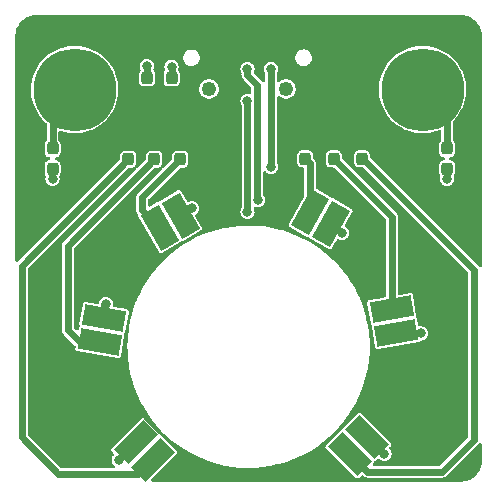
<source format=gtl>
G04 #@! TF.GenerationSoftware,KiCad,Pcbnew,(6.0.2)*
G04 #@! TF.CreationDate,2022-09-07T09:27:56-04:00*
G04 #@! TF.ProjectId,Foras Promineo CLR PCB,466f7261-7320-4507-926f-6d696e656f20,rev?*
G04 #@! TF.SameCoordinates,PX4c4b400PY6a92b70*
G04 #@! TF.FileFunction,Copper,L1,Top*
G04 #@! TF.FilePolarity,Positive*
%FSLAX46Y46*%
G04 Gerber Fmt 4.6, Leading zero omitted, Abs format (unit mm)*
G04 Created by KiCad (PCBNEW (6.0.2)) date 2022-09-07 09:27:56*
%MOMM*%
%LPD*%
G01*
G04 APERTURE LIST*
G04 Aperture macros list*
%AMRoundRect*
0 Rectangle with rounded corners*
0 $1 Rounding radius*
0 $2 $3 $4 $5 $6 $7 $8 $9 X,Y pos of 4 corners*
0 Add a 4 corners polygon primitive as box body*
4,1,4,$2,$3,$4,$5,$6,$7,$8,$9,$2,$3,0*
0 Add four circle primitives for the rounded corners*
1,1,$1+$1,$2,$3*
1,1,$1+$1,$4,$5*
1,1,$1+$1,$6,$7*
1,1,$1+$1,$8,$9*
0 Add four rect primitives between the rounded corners*
20,1,$1+$1,$2,$3,$4,$5,0*
20,1,$1+$1,$4,$5,$6,$7,0*
20,1,$1+$1,$6,$7,$8,$9,0*
20,1,$1+$1,$8,$9,$2,$3,0*%
%AMRotRect*
0 Rectangle, with rotation*
0 The origin of the aperture is its center*
0 $1 length*
0 $2 width*
0 $3 Rotation angle, in degrees counterclockwise*
0 Add horizontal line*
21,1,$1,$2,0,0,$3*%
G04 Aperture macros list end*
G04 #@! TA.AperFunction,SMDPad,CuDef*
%ADD10RotRect,1.750000X3.500000X280.000000*%
G04 #@! TD*
G04 #@! TA.AperFunction,SMDPad,CuDef*
%ADD11RotRect,1.750000X3.500000X45.000000*%
G04 #@! TD*
G04 #@! TA.AperFunction,SMDPad,CuDef*
%ADD12RotRect,1.750000X3.500000X330.857000*%
G04 #@! TD*
G04 #@! TA.AperFunction,SMDPad,CuDef*
%ADD13RotRect,1.750000X3.500000X80.000000*%
G04 #@! TD*
G04 #@! TA.AperFunction,SMDPad,CuDef*
%ADD14RotRect,1.750000X3.500000X30.000000*%
G04 #@! TD*
G04 #@! TA.AperFunction,SMDPad,CuDef*
%ADD15RotRect,1.750000X3.500000X135.000000*%
G04 #@! TD*
G04 #@! TA.AperFunction,SMDPad,CuDef*
%ADD16RoundRect,0.237500X-0.237500X0.300000X-0.237500X-0.300000X0.237500X-0.300000X0.237500X0.300000X0*%
G04 #@! TD*
G04 #@! TA.AperFunction,ComponentPad*
%ADD17C,0.800000*%
G04 #@! TD*
G04 #@! TA.AperFunction,ComponentPad*
%ADD18C,7.000000*%
G04 #@! TD*
G04 #@! TA.AperFunction,SMDPad,CuDef*
%ADD19RoundRect,0.237500X0.237500X-0.300000X0.237500X0.300000X-0.237500X0.300000X-0.237500X-0.300000X0*%
G04 #@! TD*
G04 #@! TA.AperFunction,ComponentPad*
%ADD20C,1.248000*%
G04 #@! TD*
G04 #@! TA.AperFunction,ViaPad*
%ADD21C,0.800000*%
G04 #@! TD*
G04 #@! TA.AperFunction,Conductor*
%ADD22C,0.600000*%
G04 #@! TD*
G04 APERTURE END LIST*
D10*
G04 #@! TO.P,D2,1,K*
G04 #@! TO.N,/LED_2*
X12487989Y24591572D03*
G04 #@! TO.P,D2,2,A*
G04 #@! TO.N,Net-(D2-Pad2)*
X12132011Y26610428D03*
G04 #@! TD*
D11*
G04 #@! TO.P,D3,1,K*
G04 #@! TO.N,/LED_3*
X10013784Y15790784D03*
G04 #@! TO.P,D3,2,A*
G04 #@! TO.N,Net-(D3-Pad2)*
X8564216Y14341216D03*
G04 #@! TD*
D12*
G04 #@! TO.P,D1,1,K*
G04 #@! TO.N,/LED_1*
X6982242Y33848834D03*
G04 #@! TO.P,D1,2,A*
G04 #@! TO.N,Net-(D1-Pad2)*
X5191758Y34847166D03*
G04 #@! TD*
D13*
G04 #@! TO.P,D5,1,K*
G04 #@! TO.N,/LED_5*
X-12243011Y25839428D03*
G04 #@! TO.P,D5,2,A*
G04 #@! TO.N,Net-(D5-Pad2)*
X-12598989Y23820572D03*
G04 #@! TD*
D14*
G04 #@! TO.P,D6,1,K*
G04 #@! TO.N,/LED_6*
X-5762324Y34526500D03*
G04 #@! TO.P,D6,2,A*
G04 #@! TO.N,Net-(D6-Pad2)*
X-7537676Y33501500D03*
G04 #@! TD*
D15*
G04 #@! TO.P,D4,1,K*
G04 #@! TO.N,/LED_4*
X-9563784Y15315784D03*
G04 #@! TO.P,D4,2,A*
G04 #@! TO.N,Net-(D4-Pad2)*
X-8114216Y13866216D03*
G04 #@! TD*
D16*
G04 #@! TO.P,C1,1*
G04 #@! TO.N,Net-(C1-Pad1)*
X-16600000Y40212500D03*
G04 #@! TO.P,C1,2*
G04 #@! TO.N,GND*
X-16600000Y38487500D03*
G04 #@! TD*
G04 #@! TO.P,C2,1*
G04 #@! TO.N,Net-(C2-Pad1)*
X16800000Y40212500D03*
G04 #@! TO.P,C2,2*
G04 #@! TO.N,GND*
X16800000Y38487500D03*
G04 #@! TD*
D17*
G04 #@! TO.P,H1,1,1*
G04 #@! TO.N,Net-(C1-Pad1)*
X-12873845Y43343845D03*
X-14730000Y47825000D03*
X-14730000Y42575000D03*
D18*
X-14730000Y45200000D03*
D17*
X-17355000Y45200000D03*
X-16586155Y47056155D03*
X-12873845Y47056155D03*
X-12105000Y45200000D03*
X-16586155Y43343845D03*
G04 #@! TD*
G04 #@! TO.P,H2,1,1*
G04 #@! TO.N,Net-(C2-Pad1)*
X16586155Y43343845D03*
X12873845Y47056155D03*
X12873845Y43343845D03*
X12105000Y45200000D03*
X14730000Y47825000D03*
D18*
X14730000Y45200000D03*
D17*
X16586155Y47056155D03*
X17355000Y45200000D03*
X14730000Y42575000D03*
G04 #@! TD*
D19*
G04 #@! TO.P,R2,1*
G04 #@! TO.N,Net-(D1-Pad2)*
X4800000Y39337500D03*
G04 #@! TO.P,R2,2*
G04 #@! TO.N,Net-(C5-Pad1)*
X4800000Y41062500D03*
G04 #@! TD*
G04 #@! TO.P,R4,1*
G04 #@! TO.N,Net-(D2-Pad2)*
X7200000Y39337500D03*
G04 #@! TO.P,R4,2*
G04 #@! TO.N,Net-(C5-Pad1)*
X7200000Y41062500D03*
G04 #@! TD*
G04 #@! TO.P,R6,1*
G04 #@! TO.N,Net-(D3-Pad2)*
X9600000Y39337500D03*
G04 #@! TO.P,R6,2*
G04 #@! TO.N,Net-(C5-Pad1)*
X9600000Y41062500D03*
G04 #@! TD*
G04 #@! TO.P,R8,1*
G04 #@! TO.N,Net-(D4-Pad2)*
X-10200000Y39287500D03*
G04 #@! TO.P,R8,2*
G04 #@! TO.N,Net-(C5-Pad1)*
X-10200000Y41012500D03*
G04 #@! TD*
G04 #@! TO.P,R10,1*
G04 #@! TO.N,Net-(D5-Pad2)*
X-8000000Y39287500D03*
G04 #@! TO.P,R10,2*
G04 #@! TO.N,Net-(C5-Pad1)*
X-8000000Y41012500D03*
G04 #@! TD*
G04 #@! TO.P,R12,1*
G04 #@! TO.N,Net-(D6-Pad2)*
X-5800000Y39287500D03*
G04 #@! TO.P,R12,2*
G04 #@! TO.N,Net-(C5-Pad1)*
X-5800000Y41012500D03*
G04 #@! TD*
G04 #@! TO.P,C5,1*
G04 #@! TO.N,Net-(C5-Pad1)*
X-8600000Y44487500D03*
G04 #@! TO.P,C5,2*
G04 #@! TO.N,GND*
X-8600000Y46212500D03*
G04 #@! TD*
G04 #@! TO.P,C6,1*
G04 #@! TO.N,Net-(C5-Pad1)*
X-6500000Y44487500D03*
G04 #@! TO.P,C6,2*
G04 #@! TO.N,GND*
X-6500000Y46212500D03*
G04 #@! TD*
D20*
G04 #@! TO.P,J1,S1*
G04 #@! TO.N,N/C*
X-3350000Y45250000D03*
G04 #@! TO.P,J1,S2*
X3150000Y45250000D03*
G04 #@! TD*
D21*
G04 #@! TO.N,GND*
X16800000Y37650000D03*
X-16600000Y37650000D03*
X-6525000Y47137500D03*
X-8625000Y47200000D03*
G04 #@! TO.N,/LED_6*
X-4800000Y35150000D03*
G04 #@! TO.N,/LED_5*
X1900000Y46950000D03*
X1900000Y38650000D03*
X-12100000Y27050000D03*
G04 #@! TO.N,/LED_4*
X-11000000Y13850000D03*
G04 #@! TO.N,/LED_3*
X11500000Y14350000D03*
G04 #@! TO.N,/LED_2*
X-100000Y44250000D03*
X14600000Y24550000D03*
X-100000Y34850000D03*
G04 #@! TO.N,/LED_1*
X800000Y35850000D03*
X-100000Y46950000D03*
X7900000Y33050000D03*
G04 #@! TO.N,Net-(C5-Pad1)*
X4800000Y41912500D03*
X-8000000Y41737500D03*
X-3400000Y49250000D03*
X7200000Y41850000D03*
X-5800000Y41800000D03*
X9600000Y41850000D03*
X-3200000Y42250000D03*
X-10200000Y41800000D03*
G04 #@! TD*
D22*
G04 #@! TO.N,GND*
X-6500000Y46212500D02*
X-6500000Y47112500D01*
X-16625000Y37675000D02*
X-16600000Y37650000D01*
X16775000Y38575000D02*
X16775000Y37675000D01*
X16775000Y37675000D02*
X16800000Y37650000D01*
X-8600000Y46275000D02*
X-8600000Y47175000D01*
X-16625000Y38575000D02*
X-16625000Y37675000D01*
G04 #@! TO.N,Net-(D1-Pad2)*
X5191758Y34847166D02*
X5191758Y38945742D01*
X5191758Y38945742D02*
X4800000Y39337500D01*
G04 #@! TO.N,Net-(D2-Pad2)*
X12132011Y26610428D02*
X12132011Y34405489D01*
X12132011Y34405489D02*
X7200000Y39337500D01*
G04 #@! TO.N,Net-(D3-Pad2)*
X19100000Y29950000D02*
X19100000Y15550000D01*
X9600000Y39337500D02*
X9712500Y39337500D01*
X19100000Y15550000D02*
X16400000Y12850000D01*
X9712500Y39337500D02*
X19100000Y29950000D01*
X16400000Y12850000D02*
X10055432Y12850000D01*
X10055432Y12850000D02*
X8564216Y14341216D01*
G04 #@! TO.N,Net-(D4-Pad2)*
X-10200000Y39287500D02*
X-19200000Y30287500D01*
X-19200000Y15750000D02*
X-16100000Y12650000D01*
X-9330432Y12650000D02*
X-8114216Y13866216D01*
X-19200000Y30287500D02*
X-19200000Y15750000D01*
X-16100000Y12650000D02*
X-9330432Y12650000D01*
G04 #@! TO.N,Net-(D5-Pad2)*
X-14270572Y23820572D02*
X-15300000Y24850000D01*
X-12598989Y23820572D02*
X-14270572Y23820572D01*
X-15300000Y31987500D02*
X-8000000Y39287500D01*
X-15300000Y24850000D02*
X-15300000Y31987500D01*
G04 #@! TO.N,Net-(D6-Pad2)*
X-9000000Y34963824D02*
X-9000000Y36087500D01*
X-7537676Y33501500D02*
X-9000000Y34963824D01*
X-9000000Y36087500D02*
X-5800000Y39287500D01*
G04 #@! TO.N,Net-(C1-Pad1)*
X-16600000Y40125000D02*
X-16600000Y43330000D01*
X-16600000Y43330000D02*
X-14730000Y45200000D01*
G04 #@! TO.N,/LED_6*
X-5138824Y35150000D02*
X-5762324Y34526500D01*
X-4800000Y35150000D02*
X-5138824Y35150000D01*
G04 #@! TO.N,/LED_5*
X-12243011Y26906989D02*
X-12100000Y27050000D01*
X-12243011Y25839428D02*
X-12243011Y26906989D01*
X1900000Y38650000D02*
X1900000Y46950000D01*
G04 #@! TO.N,/LED_4*
X-9563784Y15286216D02*
X-11000000Y13850000D01*
X-9563784Y15315784D02*
X-9563784Y15286216D01*
G04 #@! TO.N,/LED_3*
X10013784Y15790784D02*
X10059216Y15790784D01*
X10059216Y15790784D02*
X11500000Y14350000D01*
G04 #@! TO.N,/LED_2*
X-100000Y34850000D02*
X-100000Y44250000D01*
X14558428Y24591572D02*
X14600000Y24550000D01*
X12487989Y24591572D02*
X14558428Y24591572D01*
G04 #@! TO.N,/LED_1*
X-100000Y46450000D02*
X-100000Y46950000D01*
X800000Y35850000D02*
X726511Y35923489D01*
X726511Y45623489D02*
X-100000Y46450000D01*
X726511Y35923489D02*
X726511Y45623489D01*
X7101166Y33848834D02*
X7900000Y33050000D01*
X6982242Y33848834D02*
X7101166Y33848834D01*
G04 #@! TO.N,Net-(C5-Pad1)*
X-5800000Y41012500D02*
X-5800000Y41800000D01*
X-8000000Y40950000D02*
X-8000000Y41737500D01*
X7200000Y41062500D02*
X7200000Y41850000D01*
X4800000Y41125000D02*
X4800000Y41912500D01*
X9600000Y41062500D02*
X9600000Y41850000D01*
X-10200000Y41012500D02*
X-10200000Y41800000D01*
G04 #@! TO.N,Net-(C2-Pad1)*
X16800000Y43130000D02*
X14730000Y45200000D01*
X16800000Y40125000D02*
X16800000Y43130000D01*
G04 #@! TD*
G04 #@! TA.AperFunction,Conductor*
G04 #@! TO.N,Net-(C5-Pad1)*
G36*
X17987153Y51493579D02*
G01*
X18000000Y51491024D01*
X18012171Y51493445D01*
X18024581Y51493445D01*
X18024581Y51492802D01*
X18035326Y51493473D01*
X18239491Y51478871D01*
X18257285Y51476313D01*
X18483101Y51427190D01*
X18500350Y51422125D01*
X18583148Y51391243D01*
X18716877Y51341365D01*
X18733226Y51333898D01*
X18936049Y51223148D01*
X18951173Y51213429D01*
X19136176Y51074937D01*
X19149762Y51063164D01*
X19313164Y50899762D01*
X19324937Y50886176D01*
X19463429Y50701173D01*
X19473148Y50686049D01*
X19583898Y50483226D01*
X19591367Y50466873D01*
X19672125Y50250350D01*
X19677190Y50233101D01*
X19726313Y50007285D01*
X19728871Y49989491D01*
X19743473Y49785326D01*
X19742802Y49774581D01*
X19743445Y49774581D01*
X19743445Y49762171D01*
X19741024Y49750000D01*
X19743445Y49737830D01*
X19743579Y49737156D01*
X19746000Y49712575D01*
X19746000Y30306344D01*
X19725998Y30238223D01*
X19672342Y30191730D01*
X19602068Y30181626D01*
X19537488Y30211120D01*
X19524551Y30224091D01*
X19495603Y30257687D01*
X19489324Y30265596D01*
X19484352Y30272402D01*
X19481478Y30276336D01*
X19470735Y30287079D01*
X19464377Y30293926D01*
X19438259Y30324237D01*
X19432400Y30331037D01*
X19424866Y30335920D01*
X19418104Y30341819D01*
X19418108Y30341824D01*
X19407014Y30350800D01*
X10312404Y39445410D01*
X10278378Y39507722D01*
X10275499Y39534505D01*
X10275499Y39689832D01*
X10272601Y39720500D01*
X10270055Y39727751D01*
X10232083Y39835879D01*
X10232082Y39835881D01*
X10228961Y39844768D01*
X10217588Y39860167D01*
X10156303Y39943140D01*
X10150711Y39950711D01*
X10112463Y39978961D01*
X10052345Y40023365D01*
X10052343Y40023366D01*
X10044768Y40028961D01*
X10035881Y40032082D01*
X10035879Y40032083D01*
X9927748Y40070056D01*
X9927746Y40070057D01*
X9920500Y40072601D01*
X9912856Y40073324D01*
X9912854Y40073324D01*
X9904879Y40074078D01*
X9889833Y40075500D01*
X9600147Y40075500D01*
X9310168Y40075499D01*
X9307218Y40075220D01*
X9307213Y40075220D01*
X9287150Y40073324D01*
X9287149Y40073324D01*
X9279500Y40072601D01*
X9272252Y40070056D01*
X9272249Y40070055D01*
X9164121Y40032083D01*
X9164119Y40032082D01*
X9155232Y40028961D01*
X9147657Y40023366D01*
X9147655Y40023365D01*
X9087537Y39978961D01*
X9049289Y39950711D01*
X9043697Y39943140D01*
X8982413Y39860167D01*
X8971039Y39844768D01*
X8967918Y39835881D01*
X8967917Y39835879D01*
X8929945Y39727751D01*
X8927399Y39720500D01*
X8924500Y39689833D01*
X8924501Y38985168D01*
X8924780Y38982218D01*
X8924780Y38982213D01*
X8926676Y38962150D01*
X8927399Y38954500D01*
X8929944Y38947252D01*
X8929945Y38947249D01*
X8967668Y38839832D01*
X8971039Y38830232D01*
X8976634Y38822657D01*
X8976635Y38822655D01*
X9014676Y38771152D01*
X9049289Y38724289D01*
X9056860Y38718697D01*
X9147655Y38651635D01*
X9147657Y38651634D01*
X9155232Y38646039D01*
X9164119Y38642918D01*
X9164121Y38642917D01*
X9272252Y38604944D01*
X9272254Y38604943D01*
X9279500Y38602399D01*
X9287144Y38601676D01*
X9287146Y38601676D01*
X9295121Y38600922D01*
X9310167Y38599500D01*
X9333403Y38599500D01*
X9690495Y38599501D01*
X9758615Y38579499D01*
X9779590Y38562596D01*
X18562595Y29779592D01*
X18596621Y29717280D01*
X18599500Y29690497D01*
X18599500Y15809504D01*
X18579498Y15741383D01*
X18562595Y15720409D01*
X16229591Y13387405D01*
X16167279Y13353379D01*
X16140496Y13350500D01*
X10636113Y13350500D01*
X10567992Y13370502D01*
X10521499Y13424158D01*
X10511395Y13494432D01*
X10540889Y13559012D01*
X10547018Y13565595D01*
X10576110Y13594687D01*
X10609238Y13644266D01*
X10611659Y13656438D01*
X10616408Y13667903D01*
X10620124Y13666364D01*
X10642538Y13709238D01*
X10688794Y13734495D01*
X10687097Y13738592D01*
X10698562Y13743341D01*
X10710734Y13745762D01*
X10760313Y13778890D01*
X10899096Y13917673D01*
X10961408Y13951699D01*
X11032223Y13946634D01*
X11071478Y13921406D01*
X11071718Y13921718D01*
X11197159Y13825464D01*
X11343238Y13764956D01*
X11500000Y13744318D01*
X11508188Y13745396D01*
X11648574Y13763878D01*
X11656762Y13764956D01*
X11802841Y13825464D01*
X11928282Y13921718D01*
X12024536Y14047159D01*
X12085044Y14193238D01*
X12105682Y14350000D01*
X12085044Y14506762D01*
X12024536Y14652841D01*
X11930573Y14775297D01*
X11928282Y14778282D01*
X11928990Y14778825D01*
X11898301Y14835026D01*
X11903366Y14905841D01*
X11932327Y14950904D01*
X12025678Y15044255D01*
X12058806Y15093834D01*
X12074367Y15172066D01*
X12062906Y15229684D01*
X12061227Y15238127D01*
X12061227Y15238128D01*
X12058806Y15250297D01*
X12025678Y15299877D01*
X9522877Y17802678D01*
X9473297Y17835806D01*
X9461128Y17838227D01*
X9461127Y17838227D01*
X9407237Y17848946D01*
X9395066Y17851367D01*
X9316834Y17835806D01*
X9267255Y17802678D01*
X8001890Y16537313D01*
X7968762Y16487734D01*
X7966341Y16475562D01*
X7961592Y16464097D01*
X7957876Y16465636D01*
X7935462Y16422762D01*
X7889206Y16397505D01*
X7890903Y16393408D01*
X7879438Y16388659D01*
X7867266Y16386238D01*
X7817687Y16353110D01*
X6552322Y15087745D01*
X6519194Y15038166D01*
X6503633Y14959934D01*
X6519194Y14881703D01*
X6552322Y14832123D01*
X9055123Y12329322D01*
X9104703Y12296194D01*
X9116872Y12293773D01*
X9116873Y12293773D01*
X9170763Y12283054D01*
X9182934Y12280633D01*
X9261166Y12296194D01*
X9310745Y12329322D01*
X9498123Y12516700D01*
X9560435Y12550726D01*
X9631250Y12545661D01*
X9670624Y12522048D01*
X9710040Y12487238D01*
X9715729Y12481890D01*
X9726939Y12470680D01*
X9730525Y12467992D01*
X9730528Y12467990D01*
X9735109Y12464556D01*
X9742950Y12458173D01*
X9747237Y12454387D01*
X9777820Y12427377D01*
X9785945Y12423562D01*
X9789115Y12421480D01*
X9802102Y12413677D01*
X9805426Y12411857D01*
X9812608Y12406474D01*
X9821009Y12403325D01*
X9821010Y12403324D01*
X9856168Y12390144D01*
X9865485Y12386217D01*
X9899466Y12370263D01*
X9899469Y12370262D01*
X9907595Y12366447D01*
X9916469Y12365065D01*
X9920082Y12363961D01*
X9934739Y12360115D01*
X9938442Y12359301D01*
X9946852Y12356148D01*
X9993275Y12352698D01*
X10003288Y12351548D01*
X10016441Y12349500D01*
X10031636Y12349500D01*
X10040974Y12349154D01*
X10089824Y12345524D01*
X10098600Y12347397D01*
X10107557Y12348008D01*
X10107557Y12348002D01*
X10121750Y12349500D01*
X16329819Y12349500D01*
X16341704Y12348172D01*
X16341745Y12348682D01*
X16350691Y12347962D01*
X16359447Y12345981D01*
X16402980Y12348682D01*
X16412264Y12349258D01*
X16420067Y12349500D01*
X16435940Y12349500D01*
X16446052Y12350948D01*
X16456106Y12351978D01*
X16484097Y12353715D01*
X16502538Y12354859D01*
X16510982Y12357907D01*
X16514694Y12358676D01*
X16529399Y12362343D01*
X16533027Y12363404D01*
X16541918Y12364677D01*
X16584282Y12383939D01*
X16593637Y12387746D01*
X16628943Y12400491D01*
X16628947Y12400493D01*
X16637387Y12403540D01*
X16644635Y12408835D01*
X16647975Y12410611D01*
X16661089Y12418274D01*
X16664261Y12420303D01*
X16672428Y12424016D01*
X16679223Y12429871D01*
X16679226Y12429873D01*
X16707675Y12454387D01*
X16715596Y12460676D01*
X16722402Y12465648D01*
X16726336Y12468522D01*
X16737079Y12479265D01*
X16743926Y12485623D01*
X16774237Y12511741D01*
X16781037Y12517600D01*
X16785920Y12525134D01*
X16791819Y12531896D01*
X16791824Y12531892D01*
X16800800Y12542986D01*
X19404280Y15146466D01*
X19413624Y15153932D01*
X19413292Y15154322D01*
X19420128Y15160140D01*
X19427720Y15164930D01*
X19462756Y15204601D01*
X19468102Y15210288D01*
X19479321Y15221507D01*
X19485450Y15229684D01*
X19491832Y15237523D01*
X19522623Y15272388D01*
X19524369Y15270846D01*
X19568807Y15308581D01*
X19639179Y15317981D01*
X19703461Y15287843D01*
X19741245Y15227736D01*
X19746000Y15193449D01*
X19746000Y13787425D01*
X19743579Y13762847D01*
X19741024Y13750000D01*
X19743445Y13737829D01*
X19743445Y13725419D01*
X19742802Y13725419D01*
X19743473Y13714674D01*
X19728871Y13510509D01*
X19726313Y13492715D01*
X19677190Y13266899D01*
X19672125Y13249650D01*
X19591367Y13033127D01*
X19583898Y13016774D01*
X19473148Y12813951D01*
X19463429Y12798827D01*
X19324937Y12613824D01*
X19313164Y12600238D01*
X19149762Y12436836D01*
X19136176Y12425063D01*
X19111344Y12406474D01*
X18960794Y12293773D01*
X18951173Y12286571D01*
X18936049Y12276852D01*
X18733226Y12166102D01*
X18716877Y12158635D01*
X18588683Y12110821D01*
X18500350Y12077875D01*
X18483101Y12072810D01*
X18257285Y12023687D01*
X18239491Y12021129D01*
X18035326Y12006527D01*
X18024581Y12007198D01*
X18024581Y12006555D01*
X18012171Y12006555D01*
X18000000Y12008976D01*
X17987153Y12006421D01*
X17962575Y12004000D01*
X-8151255Y12004000D01*
X-8219376Y12024002D01*
X-8265869Y12077658D01*
X-8275973Y12147932D01*
X-8246479Y12212512D01*
X-8240350Y12219095D01*
X-6102322Y14357123D01*
X-6069194Y14406703D01*
X-6053633Y14484934D01*
X-6069194Y14563166D01*
X-6102322Y14612745D01*
X-7367687Y15878110D01*
X-7417266Y15911238D01*
X-7429438Y15913659D01*
X-7440903Y15918408D01*
X-7439364Y15922124D01*
X-7482238Y15944538D01*
X-7507495Y15990794D01*
X-7511592Y15989097D01*
X-7516341Y16000562D01*
X-7518762Y16012734D01*
X-7551890Y16062313D01*
X-8817255Y17327678D01*
X-8866834Y17360806D01*
X-8945066Y17376367D01*
X-8957237Y17373946D01*
X-9011127Y17363227D01*
X-9011128Y17363227D01*
X-9023297Y17360806D01*
X-9072877Y17327678D01*
X-11575678Y14824877D01*
X-11608806Y14775297D01*
X-11624367Y14697066D01*
X-11608806Y14618834D01*
X-11575678Y14569255D01*
X-11444080Y14437657D01*
X-11410054Y14375345D01*
X-11415119Y14304530D01*
X-11433212Y14271859D01*
X-11519507Y14159396D01*
X-11519509Y14159392D01*
X-11524536Y14152841D01*
X-11585044Y14006762D01*
X-11586122Y13998574D01*
X-11592293Y13951699D01*
X-11605682Y13850000D01*
X-11585044Y13693238D01*
X-11524536Y13547159D01*
X-11428282Y13421718D01*
X-11369305Y13376464D01*
X-11369304Y13376463D01*
X-11327437Y13319125D01*
X-11323215Y13248254D01*
X-11357979Y13186351D01*
X-11420691Y13153070D01*
X-11446008Y13150500D01*
X-15840496Y13150500D01*
X-15908617Y13170502D01*
X-15929591Y13187405D01*
X-18662595Y15920409D01*
X-18696621Y15982721D01*
X-18699500Y16009504D01*
X-18699500Y30027996D01*
X-18679498Y30096117D01*
X-18662595Y30117091D01*
X-10267091Y38512595D01*
X-10204779Y38546621D01*
X-10177996Y38549500D01*
X-9927377Y38549501D01*
X-9910168Y38549501D01*
X-9907218Y38549780D01*
X-9907213Y38549780D01*
X-9887150Y38551676D01*
X-9887149Y38551676D01*
X-9879500Y38552399D01*
X-9872252Y38554944D01*
X-9872249Y38554945D01*
X-9764121Y38592917D01*
X-9764119Y38592918D01*
X-9755232Y38596039D01*
X-9747656Y38601635D01*
X-9739330Y38606043D01*
X-9738456Y38604393D01*
X-9682602Y38624818D01*
X-9613326Y38609282D01*
X-9563447Y38558758D01*
X-9548801Y38489288D01*
X-9574039Y38422929D01*
X-9585325Y38409989D01*
X-15604280Y32391034D01*
X-15613624Y32383568D01*
X-15613292Y32383178D01*
X-15620128Y32377360D01*
X-15627720Y32372570D01*
X-15633662Y32365842D01*
X-15633663Y32365841D01*
X-15662755Y32332900D01*
X-15668102Y32327212D01*
X-15679320Y32315994D01*
X-15682009Y32312406D01*
X-15682010Y32312405D01*
X-15685450Y32307816D01*
X-15691832Y32299977D01*
X-15699916Y32290823D01*
X-15722623Y32265112D01*
X-15726437Y32256989D01*
X-15728508Y32253836D01*
X-15736327Y32240824D01*
X-15738144Y32237505D01*
X-15743526Y32230324D01*
X-15746675Y32221923D01*
X-15746676Y32221922D01*
X-15759856Y32186764D01*
X-15763783Y32177447D01*
X-15779737Y32143466D01*
X-15779738Y32143463D01*
X-15783553Y32135337D01*
X-15784935Y32126463D01*
X-15786039Y32122850D01*
X-15789885Y32108193D01*
X-15790699Y32104490D01*
X-15793852Y32096080D01*
X-15797302Y32049657D01*
X-15798452Y32039644D01*
X-15800500Y32026491D01*
X-15800500Y32011296D01*
X-15800846Y32001959D01*
X-15804476Y31953108D01*
X-15802603Y31944332D01*
X-15801992Y31935375D01*
X-15801998Y31935375D01*
X-15800500Y31921182D01*
X-15800500Y24920181D01*
X-15801828Y24908296D01*
X-15801318Y24908255D01*
X-15802038Y24899309D01*
X-15804019Y24890553D01*
X-15803463Y24881593D01*
X-15800742Y24837736D01*
X-15800500Y24829933D01*
X-15800500Y24814060D01*
X-15799865Y24809626D01*
X-15799052Y24803950D01*
X-15798022Y24793894D01*
X-15795141Y24747462D01*
X-15792093Y24739018D01*
X-15791324Y24735306D01*
X-15787657Y24720601D01*
X-15786596Y24716973D01*
X-15785323Y24708082D01*
X-15766061Y24665718D01*
X-15762254Y24656363D01*
X-15749509Y24621057D01*
X-15749507Y24621053D01*
X-15746460Y24612613D01*
X-15741165Y24605365D01*
X-15739389Y24602025D01*
X-15731726Y24588911D01*
X-15729697Y24585739D01*
X-15725984Y24577572D01*
X-15720129Y24570777D01*
X-15720127Y24570774D01*
X-15695613Y24542325D01*
X-15689325Y24534405D01*
X-15681478Y24523664D01*
X-15670735Y24512921D01*
X-15664377Y24506075D01*
X-15632400Y24468963D01*
X-15624866Y24464080D01*
X-15618104Y24458181D01*
X-15618108Y24458176D01*
X-15607014Y24449200D01*
X-14685739Y23527925D01*
X-14651713Y23465613D01*
X-14650748Y23416950D01*
X-14675228Y23278118D01*
X-14675093Y23271930D01*
X-14674208Y23231397D01*
X-14673927Y23218503D01*
X-14641802Y23145495D01*
X-14632840Y23136915D01*
X-14632838Y23136913D01*
X-14593151Y23098921D01*
X-14584184Y23090337D01*
X-14528609Y23068725D01*
X-11042886Y22454098D01*
X-11036698Y22454233D01*
X-10995679Y22455128D01*
X-10995678Y22455128D01*
X-10983272Y22455399D01*
X-10910263Y22487524D01*
X-10855105Y22545142D01*
X-10833493Y22600716D01*
X-10639886Y23698716D01*
X-10255351Y23698716D01*
X-10255343Y23696795D01*
X-10255343Y23696780D01*
X-10254453Y23492852D01*
X-10254179Y23430170D01*
X-10252617Y23072141D01*
X-10211636Y22446901D01*
X-10132562Y21825330D01*
X-10015690Y21209745D01*
X-9861455Y20602443D01*
X-9860877Y20600636D01*
X-9860874Y20600627D01*
X-9805913Y20428930D01*
X-9670433Y20005690D01*
X-9669737Y20003901D01*
X-9669732Y20003886D01*
X-9605004Y19837439D01*
X-9443336Y19421712D01*
X-9442543Y19419993D01*
X-9442538Y19419980D01*
X-9298958Y19108531D01*
X-9181012Y18852686D01*
X-9180105Y18850997D01*
X-9180100Y18850988D01*
X-9096220Y18694881D01*
X-8884439Y18300737D01*
X-8554723Y17767922D01*
X-8193095Y17256230D01*
X-7800903Y16767569D01*
X-7799597Y16766131D01*
X-7799590Y16766123D01*
X-7385302Y16310029D01*
X-7379611Y16303763D01*
X-7378218Y16302406D01*
X-7126471Y16057166D01*
X-6930789Y15866541D01*
X-6456114Y15457534D01*
X-5957354Y15078268D01*
X-5955752Y15077198D01*
X-5955747Y15077194D01*
X-5593317Y14835026D01*
X-5436371Y14730158D01*
X-4895108Y14414503D01*
X-4893374Y14413629D01*
X-4337319Y14133354D01*
X-4337305Y14133348D01*
X-4335584Y14132480D01*
X-3759887Y13885141D01*
X-3170164Y13673409D01*
X-2568615Y13498073D01*
X-1957484Y13359788D01*
X-1339051Y13259070D01*
X-1337147Y13258878D01*
X-1337145Y13258878D01*
X-717540Y13196487D01*
X-717536Y13196487D01*
X-715622Y13196294D01*
X-713714Y13196219D01*
X-713699Y13196218D01*
X-91436Y13171770D01*
X-91432Y13171770D01*
X-89524Y13171695D01*
X380786Y13181957D01*
X534986Y13185321D01*
X534988Y13185321D01*
X536908Y13185363D01*
X1107427Y13232769D01*
X1159424Y13237090D01*
X1159425Y13237090D01*
X1161337Y13237249D01*
X1781433Y13327159D01*
X1783318Y13327551D01*
X2392998Y13454364D01*
X2393014Y13454368D01*
X2394885Y13454757D01*
X2999402Y13619568D01*
X3592731Y13820976D01*
X4172657Y14058230D01*
X4737017Y14330445D01*
X5283707Y14636606D01*
X5767455Y14947763D01*
X5809071Y14974531D01*
X5809075Y14974534D01*
X5810686Y14975570D01*
X6315989Y15346073D01*
X6383430Y15402163D01*
X6796246Y15745499D01*
X6796260Y15745512D01*
X6797730Y15746734D01*
X7254114Y16176056D01*
X7683436Y16632440D01*
X7684658Y16633910D01*
X7684671Y16633924D01*
X8082867Y17112702D01*
X8082868Y17112703D01*
X8084097Y17114181D01*
X8454600Y17619484D01*
X8507429Y17701615D01*
X8792532Y18144859D01*
X8793564Y18146463D01*
X9099725Y18693153D01*
X9371940Y19257513D01*
X9609194Y19837439D01*
X9810602Y20430768D01*
X9975413Y21035285D01*
X9975802Y21037156D01*
X9975806Y21037172D01*
X10102619Y21646852D01*
X10102619Y21646855D01*
X10103011Y21648737D01*
X10192921Y22268833D01*
X10244807Y22893262D01*
X10258866Y23430170D01*
X10239731Y24056459D01*
X10214945Y24326205D01*
X10182576Y24678479D01*
X10182574Y24678494D01*
X10182398Y24680411D01*
X10109564Y25153620D01*
X10087371Y25297810D01*
X10087370Y25297813D01*
X10087080Y25299700D01*
X9977297Y25805331D01*
X9954542Y25910136D01*
X9954540Y25910144D01*
X9954134Y25912014D01*
X9784054Y26515071D01*
X9767988Y26561079D01*
X9578110Y27104804D01*
X9578108Y27104809D01*
X9577476Y27106619D01*
X9335171Y27684452D01*
X9269882Y27816846D01*
X9190951Y27976902D01*
X9058041Y28246416D01*
X8747121Y28790413D01*
X8599277Y29015913D01*
X8404622Y29312812D01*
X8404611Y29312827D01*
X8403571Y29314414D01*
X8122736Y29690497D01*
X8029827Y29814918D01*
X8029818Y29814929D01*
X8028672Y29816464D01*
X7623823Y30294691D01*
X7612409Y30306615D01*
X7191855Y30745931D01*
X7190534Y30747311D01*
X7179169Y30757817D01*
X6731833Y31171330D01*
X6731827Y31171335D01*
X6730422Y31172634D01*
X6245202Y31569076D01*
X6120304Y31658990D01*
X5738252Y31934027D01*
X5738250Y31934028D01*
X5736685Y31935155D01*
X5599637Y32021626D01*
X5208404Y32268476D01*
X5208398Y32268479D01*
X5206768Y32269508D01*
X4657428Y32570887D01*
X4642402Y32577974D01*
X4092460Y32837342D01*
X4090713Y32838166D01*
X3508739Y33070351D01*
X3095058Y33206762D01*
X2915498Y33265972D01*
X2915494Y33265973D01*
X2913675Y33266573D01*
X2911826Y33267060D01*
X2911822Y33267061D01*
X2695526Y33324007D01*
X2307743Y33426102D01*
X2305857Y33426477D01*
X2305849Y33426479D01*
X1990573Y33489191D01*
X1693201Y33548342D01*
X1691314Y33548599D01*
X1691301Y33548601D01*
X1181650Y33617961D01*
X1072343Y33632837D01*
X1070437Y33632979D01*
X1070424Y33632980D01*
X637224Y33665172D01*
X447485Y33679272D01*
X92020Y33683925D01*
X-177110Y33687449D01*
X-177120Y33687449D01*
X-179042Y33687474D01*
X-180952Y33687382D01*
X-180967Y33687382D01*
X-802991Y33657503D01*
X-802999Y33657502D01*
X-804901Y33657411D01*
X-1427758Y33589197D01*
X-1429661Y33588870D01*
X-2023145Y33486891D01*
X-2045289Y33483086D01*
X-2655190Y33339474D01*
X-3255186Y33158895D01*
X-3256975Y33158235D01*
X-3256984Y33158232D01*
X-3841224Y32942695D01*
X-3841236Y32942690D01*
X-3843039Y32942025D01*
X-4416556Y32689671D01*
X-4973597Y32402776D01*
X-5512085Y32082410D01*
X-5728358Y31935155D01*
X-5949227Y31784770D01*
X-6030010Y31729767D01*
X-6525441Y31346163D01*
X-6526884Y31344898D01*
X-6526898Y31344886D01*
X-6995065Y30934315D01*
X-6996530Y30933030D01*
X-7441518Y30491907D01*
X-7858747Y30024442D01*
X-8246660Y29532377D01*
X-8603809Y29017549D01*
X-8604798Y29015919D01*
X-8604802Y29015913D01*
X-8927854Y28483539D01*
X-8927861Y28483526D01*
X-8928862Y28481877D01*
X-9220608Y27927361D01*
X-9221398Y27925607D01*
X-9221403Y27925597D01*
X-9369916Y27595908D01*
X-9477956Y27356068D01*
X-9478638Y27354267D01*
X-9478640Y27354263D01*
X-9504690Y27285505D01*
X-9699948Y26770130D01*
X-9700525Y26768273D01*
X-9700526Y26768269D01*
X-9779720Y26513222D01*
X-9885756Y26171733D01*
X-10034685Y25563108D01*
X-10035026Y25561222D01*
X-10141622Y24971736D01*
X-10146181Y24946527D01*
X-10146406Y24944625D01*
X-10146407Y24944619D01*
X-10156454Y24859729D01*
X-10219828Y24324289D01*
X-10224208Y24247159D01*
X-10247216Y23841968D01*
X-10255351Y23698716D01*
X-10639886Y23698716D01*
X-10522750Y24363026D01*
X-10524051Y24422641D01*
X-10529048Y24433998D01*
X-10531735Y24446116D01*
X-10527810Y24446986D01*
X-10534036Y24494985D01*
X-10510646Y24542193D01*
X-10514376Y24544569D01*
X-10507710Y24555033D01*
X-10499127Y24563998D01*
X-10477515Y24619572D01*
X-10166772Y26381882D01*
X-10168073Y26441497D01*
X-10200198Y26514505D01*
X-10209160Y26523085D01*
X-10209162Y26523087D01*
X-10248849Y26561079D01*
X-10257816Y26569663D01*
X-10313391Y26591275D01*
X-11407763Y26784243D01*
X-11471374Y26815769D01*
X-11507844Y26876683D01*
X-11510804Y26924774D01*
X-11495396Y27041812D01*
X-11494318Y27050000D01*
X-11514956Y27206762D01*
X-11575464Y27352841D01*
X-11671718Y27478282D01*
X-11797159Y27574536D01*
X-11943238Y27635044D01*
X-12100000Y27655682D01*
X-12256762Y27635044D01*
X-12402841Y27574536D01*
X-12528282Y27478282D01*
X-12624536Y27352841D01*
X-12685044Y27206762D01*
X-12691322Y27159070D01*
X-12693249Y27144435D01*
X-12721971Y27079507D01*
X-12781235Y27040415D01*
X-12840051Y27036794D01*
X-13333626Y27123824D01*
X-13799114Y27205902D01*
X-13805302Y27205767D01*
X-13846321Y27204872D01*
X-13846322Y27204872D01*
X-13858728Y27204601D01*
X-13870086Y27199603D01*
X-13870087Y27199603D01*
X-13872428Y27198573D01*
X-13931737Y27172476D01*
X-13950494Y27152882D01*
X-13977064Y27125127D01*
X-13986895Y27114858D01*
X-14008507Y27059284D01*
X-14319250Y25296974D01*
X-14319115Y25290786D01*
X-14318364Y25256388D01*
X-14317949Y25237359D01*
X-14312952Y25226002D01*
X-14310265Y25213884D01*
X-14314190Y25213014D01*
X-14307964Y25165015D01*
X-14331354Y25117807D01*
X-14327624Y25115431D01*
X-14334290Y25104967D01*
X-14342873Y25096002D01*
X-14364485Y25040428D01*
X-14365560Y25034331D01*
X-14385131Y24923341D01*
X-14416659Y24859729D01*
X-14477573Y24823259D01*
X-14548534Y24825512D01*
X-14598312Y24856126D01*
X-14762595Y25020409D01*
X-14796621Y25082721D01*
X-14799500Y25109504D01*
X-14799500Y31727996D01*
X-14779498Y31796117D01*
X-14762595Y31817091D01*
X-8067091Y38512595D01*
X-8004779Y38546621D01*
X-7977996Y38549500D01*
X-7727377Y38549501D01*
X-7710168Y38549501D01*
X-7707218Y38549780D01*
X-7707213Y38549780D01*
X-7687150Y38551676D01*
X-7687149Y38551676D01*
X-7679500Y38552399D01*
X-7672252Y38554944D01*
X-7672249Y38554945D01*
X-7564121Y38592917D01*
X-7564119Y38592918D01*
X-7555232Y38596039D01*
X-7547656Y38601635D01*
X-7539330Y38606043D01*
X-7538456Y38604393D01*
X-7482602Y38624818D01*
X-7413326Y38609282D01*
X-7363447Y38558758D01*
X-7348801Y38489288D01*
X-7374039Y38422929D01*
X-7385325Y38409989D01*
X-9304280Y36491034D01*
X-9313624Y36483568D01*
X-9313292Y36483178D01*
X-9320128Y36477360D01*
X-9327720Y36472570D01*
X-9333662Y36465842D01*
X-9333663Y36465841D01*
X-9362756Y36432899D01*
X-9368103Y36427211D01*
X-9379320Y36415994D01*
X-9382009Y36412406D01*
X-9382010Y36412405D01*
X-9385450Y36407816D01*
X-9391832Y36399977D01*
X-9422623Y36365112D01*
X-9426437Y36356989D01*
X-9428508Y36353836D01*
X-9436327Y36340824D01*
X-9438144Y36337505D01*
X-9443526Y36330324D01*
X-9446675Y36321923D01*
X-9446676Y36321922D01*
X-9459856Y36286764D01*
X-9463783Y36277447D01*
X-9479737Y36243466D01*
X-9479738Y36243463D01*
X-9483553Y36235337D01*
X-9484935Y36226463D01*
X-9486039Y36222850D01*
X-9489885Y36208193D01*
X-9490699Y36204490D01*
X-9493852Y36196080D01*
X-9497302Y36149657D01*
X-9498452Y36139644D01*
X-9500500Y36126491D01*
X-9500500Y36111296D01*
X-9500846Y36101959D01*
X-9504476Y36053108D01*
X-9502603Y36044332D01*
X-9501992Y36035375D01*
X-9501998Y36035375D01*
X-9500500Y36021182D01*
X-9500500Y35034005D01*
X-9501828Y35022120D01*
X-9501318Y35022079D01*
X-9502038Y35013133D01*
X-9504019Y35004377D01*
X-9501402Y34962204D01*
X-9500742Y34951560D01*
X-9500500Y34943757D01*
X-9500500Y34927884D01*
X-9499865Y34923450D01*
X-9499052Y34917774D01*
X-9498022Y34907718D01*
X-9495141Y34861286D01*
X-9492093Y34852842D01*
X-9491324Y34849130D01*
X-9487657Y34834425D01*
X-9486596Y34830797D01*
X-9485323Y34821906D01*
X-9466061Y34779542D01*
X-9462254Y34770187D01*
X-9449509Y34734881D01*
X-9449507Y34734877D01*
X-9446460Y34726437D01*
X-9441165Y34719189D01*
X-9439389Y34715849D01*
X-9431726Y34702735D01*
X-9429697Y34699563D01*
X-9425984Y34691396D01*
X-9420129Y34684601D01*
X-9420127Y34684598D01*
X-9402074Y34663647D01*
X-9372760Y34598984D01*
X-9371797Y34573160D01*
X-9372316Y34565247D01*
X-9372315Y34565243D01*
X-9373127Y34552861D01*
X-9369138Y34541110D01*
X-9369138Y34541109D01*
X-9362034Y34520183D01*
X-9353960Y34496397D01*
X-7584212Y31431103D01*
X-7544896Y31386272D01*
X-7473358Y31350994D01*
X-7460979Y31350182D01*
X-7460977Y31350182D01*
X-7421393Y31347587D01*
X-7393765Y31345776D01*
X-7382015Y31349765D01*
X-7382012Y31349765D01*
X-7343161Y31362953D01*
X-7343157Y31362955D01*
X-7337300Y31364943D01*
X-6627660Y31774654D01*
X-5792915Y32256594D01*
X-5792910Y32256597D01*
X-5787552Y32259691D01*
X-5742720Y32299007D01*
X-5737231Y32310138D01*
X-5729675Y32319985D01*
X-5726484Y32317536D01*
X-5693732Y32353150D01*
X-5642524Y32365576D01*
X-5643102Y32369968D01*
X-5630796Y32371588D01*
X-5618413Y32370776D01*
X-5606663Y32374765D01*
X-5606660Y32374765D01*
X-5567809Y32387953D01*
X-5567805Y32387955D01*
X-5561948Y32389943D01*
X-4930017Y32754789D01*
X-4017563Y33281594D01*
X-4017558Y33281597D01*
X-4012200Y33284691D01*
X-3967368Y33324007D01*
X-3953149Y33352841D01*
X-3937577Y33384418D01*
X-3937576Y33384420D01*
X-3932090Y33395546D01*
X-3926873Y33475139D01*
X-3946040Y33531603D01*
X-4082795Y33768470D01*
X3372237Y33768470D01*
X3378644Y33688964D01*
X3414989Y33617961D01*
X3424437Y33609922D01*
X3424438Y33609921D01*
X3448795Y33589197D01*
X3460403Y33579320D01*
X3465806Y33576308D01*
X3465808Y33576306D01*
X4789644Y32838166D01*
X5023361Y32707851D01*
X5080106Y32689531D01*
X5092476Y32690528D01*
X5104803Y32689092D01*
X5104338Y32685097D01*
X5151715Y32675245D01*
X5188643Y32637656D01*
X5192118Y32640406D01*
X5199819Y32630674D01*
X5205473Y32619629D01*
X5214921Y32611590D01*
X5214922Y32611589D01*
X5239460Y32590711D01*
X5250887Y32580988D01*
X5256290Y32577976D01*
X5256292Y32577974D01*
X6780167Y31728297D01*
X6813845Y31709519D01*
X6870590Y31691199D01*
X6906445Y31694088D01*
X6937728Y31696609D01*
X6937730Y31696609D01*
X6950096Y31697606D01*
X6985598Y31715779D01*
X7010054Y31728297D01*
X7010055Y31728298D01*
X7021099Y31733951D01*
X7059740Y31779365D01*
X7146728Y31935375D01*
X7236333Y32096080D01*
X7443898Y32468344D01*
X7494541Y32518099D01*
X7564046Y32532577D01*
X7602163Y32523391D01*
X7743238Y32464956D01*
X7900000Y32444318D01*
X7908188Y32445396D01*
X8048574Y32463878D01*
X8056762Y32464956D01*
X8202841Y32525464D01*
X8328282Y32621718D01*
X8424536Y32747159D01*
X8485044Y32893238D01*
X8505682Y33050000D01*
X8491273Y33159447D01*
X8486122Y33198574D01*
X8485044Y33206762D01*
X8424536Y33352841D01*
X8328282Y33478282D01*
X8202841Y33574536D01*
X8200462Y33575521D01*
X8153285Y33624999D01*
X8139849Y33694713D01*
X8155229Y33744097D01*
X8780426Y34865374D01*
X8783443Y34870785D01*
X8801763Y34927530D01*
X8795356Y35007036D01*
X8759011Y35078039D01*
X8713597Y35116680D01*
X8708194Y35119692D01*
X8708192Y35119694D01*
X7156050Y35985132D01*
X7150639Y35988149D01*
X7093894Y36006469D01*
X7081524Y36005472D01*
X7069197Y36006908D01*
X7069662Y36010903D01*
X7022285Y36020755D01*
X6985357Y36058344D01*
X6981882Y36055594D01*
X6974181Y36065326D01*
X6968527Y36076371D01*
X6923113Y36115012D01*
X6917710Y36118024D01*
X6917708Y36118026D01*
X5756897Y36765267D01*
X5707141Y36815911D01*
X5692258Y36875316D01*
X5692258Y38875566D01*
X5693586Y38887446D01*
X5693075Y38887487D01*
X5693795Y38896435D01*
X5695776Y38905190D01*
X5692500Y38957997D01*
X5692258Y38965799D01*
X5692258Y38981682D01*
X5691621Y38986132D01*
X5690810Y38991800D01*
X5689780Y39001851D01*
X5687455Y39039322D01*
X5687455Y39039323D01*
X5686899Y39048281D01*
X5683851Y39056725D01*
X5683086Y39060418D01*
X5679411Y39075158D01*
X5678354Y39078774D01*
X5677081Y39087660D01*
X5657825Y39130012D01*
X5654013Y39139375D01*
X5638218Y39183129D01*
X5632920Y39190381D01*
X5631141Y39193727D01*
X5623484Y39206831D01*
X5621456Y39210002D01*
X5617742Y39218170D01*
X5611426Y39225500D01*
X5587368Y39253421D01*
X5581083Y39261337D01*
X5576110Y39268144D01*
X5576104Y39268151D01*
X5573235Y39272078D01*
X5562499Y39282814D01*
X5556141Y39289661D01*
X5530017Y39319980D01*
X5530015Y39319982D01*
X5524158Y39326779D01*
X5518172Y39330659D01*
X5480485Y39389731D01*
X5475499Y39424827D01*
X5475499Y39689832D01*
X5475499Y39689833D01*
X6524500Y39689833D01*
X6524501Y38985168D01*
X6524780Y38982218D01*
X6524780Y38982213D01*
X6526676Y38962150D01*
X6527399Y38954500D01*
X6529944Y38947252D01*
X6529945Y38947249D01*
X6567668Y38839832D01*
X6571039Y38830232D01*
X6576634Y38822657D01*
X6576635Y38822655D01*
X6614676Y38771152D01*
X6649289Y38724289D01*
X6656860Y38718697D01*
X6747655Y38651635D01*
X6747657Y38651634D01*
X6755232Y38646039D01*
X6764119Y38642918D01*
X6764121Y38642917D01*
X6872252Y38604944D01*
X6872254Y38604943D01*
X6879500Y38602399D01*
X6887144Y38601676D01*
X6887146Y38601676D01*
X6895121Y38600922D01*
X6910167Y38599500D01*
X6927359Y38599500D01*
X7177997Y38599501D01*
X7246116Y38579499D01*
X7267091Y38562596D01*
X11594606Y34235081D01*
X11628632Y34172769D01*
X11631511Y34145986D01*
X11631511Y27719994D01*
X11611509Y27651873D01*
X11557853Y27605380D01*
X11527391Y27595908D01*
X11377675Y27569509D01*
X10202391Y27362275D01*
X10196624Y27360032D01*
X10196623Y27360032D01*
X10158511Y27345211D01*
X10146816Y27340663D01*
X10137849Y27332079D01*
X10098162Y27294087D01*
X10098160Y27294085D01*
X10089198Y27285505D01*
X10057073Y27212497D01*
X10056802Y27200092D01*
X10056802Y27200091D01*
X10056004Y27163510D01*
X10055772Y27152882D01*
X10366515Y25390572D01*
X10388127Y25334998D01*
X10396710Y25326033D01*
X10403376Y25315569D01*
X10399987Y25313410D01*
X10422257Y25270404D01*
X10416415Y25218074D01*
X10420735Y25217116D01*
X10418048Y25204998D01*
X10413051Y25193641D01*
X10412780Y25181236D01*
X10412780Y25181235D01*
X10411918Y25141718D01*
X10411750Y25134026D01*
X10722493Y23371716D01*
X10744105Y23316142D01*
X10799263Y23258524D01*
X10872272Y23226399D01*
X10884678Y23226128D01*
X10884679Y23226128D01*
X10925698Y23225233D01*
X10931886Y23225098D01*
X14417609Y23839725D01*
X14473184Y23861337D01*
X14524448Y23910413D01*
X14587488Y23943071D01*
X14600005Y23944279D01*
X14600000Y23944318D01*
X14756762Y23964956D01*
X14902841Y24025464D01*
X15028282Y24121718D01*
X15124536Y24247159D01*
X15185044Y24393238D01*
X15192412Y24449200D01*
X15204604Y24541812D01*
X15205682Y24550000D01*
X15185044Y24706762D01*
X15124536Y24852841D01*
X15028282Y24978282D01*
X14902841Y25074536D01*
X14756762Y25135044D01*
X14600000Y25155682D01*
X14493935Y25141718D01*
X14423788Y25152657D01*
X14370689Y25199785D01*
X14353404Y25244760D01*
X14352522Y25249765D01*
X14253485Y25811428D01*
X14244141Y25835455D01*
X14236371Y25855436D01*
X14236371Y25855437D01*
X14231873Y25867002D01*
X14223290Y25875967D01*
X14216624Y25886431D01*
X14220013Y25888590D01*
X14197743Y25931596D01*
X14203585Y25983926D01*
X14199265Y25984884D01*
X14201952Y25997002D01*
X14206949Y26008359D01*
X14208250Y26067974D01*
X13897507Y27830284D01*
X13888163Y27854311D01*
X13880393Y27874292D01*
X13880393Y27874293D01*
X13875895Y27885858D01*
X13820737Y27943476D01*
X13747728Y27975601D01*
X13735322Y27975872D01*
X13735321Y27975872D01*
X13694302Y27976767D01*
X13688114Y27976902D01*
X12780390Y27816846D01*
X12709832Y27824715D01*
X12654728Y27869482D01*
X12632511Y27940932D01*
X12632511Y34335308D01*
X12633839Y34347193D01*
X12633329Y34347234D01*
X12634049Y34356180D01*
X12636030Y34364936D01*
X12632753Y34417753D01*
X12632511Y34425556D01*
X12632511Y34441429D01*
X12631063Y34451541D01*
X12630033Y34461595D01*
X12628206Y34491037D01*
X12627152Y34508027D01*
X12624104Y34516471D01*
X12623335Y34520183D01*
X12619668Y34534888D01*
X12618607Y34538516D01*
X12617334Y34547407D01*
X12598072Y34589771D01*
X12594265Y34599126D01*
X12581520Y34634432D01*
X12581518Y34634436D01*
X12578471Y34642876D01*
X12573176Y34650124D01*
X12571400Y34653464D01*
X12563737Y34666578D01*
X12561708Y34669750D01*
X12557995Y34677917D01*
X12552140Y34684712D01*
X12552138Y34684715D01*
X12527624Y34713164D01*
X12521335Y34721085D01*
X12516363Y34727891D01*
X12513489Y34731825D01*
X12502746Y34742568D01*
X12496388Y34749415D01*
X12464411Y34786526D01*
X12456877Y34791409D01*
X12450115Y34797308D01*
X12450119Y34797313D01*
X12439025Y34806289D01*
X7912404Y39332910D01*
X7878378Y39395222D01*
X7875499Y39422005D01*
X7875499Y39689832D01*
X7872601Y39720500D01*
X7870055Y39727751D01*
X7832083Y39835879D01*
X7832082Y39835881D01*
X7828961Y39844768D01*
X7817588Y39860167D01*
X7756303Y39943140D01*
X7750711Y39950711D01*
X7712463Y39978961D01*
X7652345Y40023365D01*
X7652343Y40023366D01*
X7644768Y40028961D01*
X7635881Y40032082D01*
X7635879Y40032083D01*
X7527748Y40070056D01*
X7527746Y40070057D01*
X7520500Y40072601D01*
X7512856Y40073324D01*
X7512854Y40073324D01*
X7504879Y40074078D01*
X7489833Y40075500D01*
X7200147Y40075500D01*
X6910168Y40075499D01*
X6907218Y40075220D01*
X6907213Y40075220D01*
X6887150Y40073324D01*
X6887149Y40073324D01*
X6879500Y40072601D01*
X6872252Y40070056D01*
X6872249Y40070055D01*
X6764121Y40032083D01*
X6764119Y40032082D01*
X6755232Y40028961D01*
X6747657Y40023366D01*
X6747655Y40023365D01*
X6687537Y39978961D01*
X6649289Y39950711D01*
X6643697Y39943140D01*
X6582413Y39860167D01*
X6571039Y39844768D01*
X6567918Y39835881D01*
X6567917Y39835879D01*
X6529945Y39727751D01*
X6527399Y39720500D01*
X6524500Y39689833D01*
X5475499Y39689833D01*
X5472601Y39720500D01*
X5470055Y39727751D01*
X5432083Y39835879D01*
X5432082Y39835881D01*
X5428961Y39844768D01*
X5417588Y39860167D01*
X5356303Y39943140D01*
X5350711Y39950711D01*
X5312463Y39978961D01*
X5252345Y40023365D01*
X5252343Y40023366D01*
X5244768Y40028961D01*
X5235881Y40032082D01*
X5235879Y40032083D01*
X5127748Y40070056D01*
X5127746Y40070057D01*
X5120500Y40072601D01*
X5112856Y40073324D01*
X5112854Y40073324D01*
X5104879Y40074078D01*
X5089833Y40075500D01*
X4800147Y40075500D01*
X4510168Y40075499D01*
X4507218Y40075220D01*
X4507213Y40075220D01*
X4487150Y40073324D01*
X4487149Y40073324D01*
X4479500Y40072601D01*
X4472252Y40070056D01*
X4472249Y40070055D01*
X4364121Y40032083D01*
X4364119Y40032082D01*
X4355232Y40028961D01*
X4347657Y40023366D01*
X4347655Y40023365D01*
X4287537Y39978961D01*
X4249289Y39950711D01*
X4243697Y39943140D01*
X4182413Y39860167D01*
X4171039Y39844768D01*
X4167918Y39835881D01*
X4167917Y39835879D01*
X4129945Y39727751D01*
X4127399Y39720500D01*
X4124500Y39689833D01*
X4124501Y38985168D01*
X4124780Y38982218D01*
X4124780Y38982213D01*
X4126676Y38962150D01*
X4127399Y38954500D01*
X4129944Y38947252D01*
X4129945Y38947249D01*
X4167668Y38839832D01*
X4171039Y38830232D01*
X4176634Y38822657D01*
X4176635Y38822655D01*
X4214676Y38771152D01*
X4249289Y38724289D01*
X4256860Y38718697D01*
X4347655Y38651635D01*
X4347657Y38651634D01*
X4355232Y38646039D01*
X4364119Y38642918D01*
X4364121Y38642917D01*
X4472252Y38604944D01*
X4472254Y38604943D01*
X4479500Y38602399D01*
X4487144Y38601676D01*
X4487146Y38601676D01*
X4495121Y38600922D01*
X4510167Y38599500D01*
X4565258Y38599500D01*
X4633379Y38579498D01*
X4679872Y38525842D01*
X4691258Y38473500D01*
X4691258Y36190744D01*
X4675307Y36129383D01*
X3390557Y33825215D01*
X3372237Y33768470D01*
X-4082795Y33768470D01*
X-4497641Y34487004D01*
X-4514379Y34555999D01*
X-4491159Y34623091D01*
X-4465226Y34649967D01*
X-4378264Y34716695D01*
X-4371718Y34721718D01*
X-4275464Y34847159D01*
X-4274287Y34850000D01*
X-705682Y34850000D01*
X-685044Y34693238D01*
X-624536Y34547159D01*
X-528282Y34421718D01*
X-402841Y34325464D01*
X-256762Y34264956D01*
X-100000Y34244318D01*
X-91812Y34245396D01*
X48574Y34263878D01*
X56762Y34264956D01*
X202841Y34325464D01*
X328282Y34421718D01*
X424536Y34547159D01*
X485044Y34693238D01*
X505682Y34850000D01*
X495363Y34928381D01*
X486122Y34998574D01*
X485044Y35006762D01*
X478700Y35022079D01*
X439593Y35116491D01*
X432004Y35187081D01*
X463783Y35250568D01*
X524842Y35286795D01*
X595793Y35284261D01*
X604206Y35281123D01*
X643238Y35264956D01*
X800000Y35244318D01*
X808188Y35245396D01*
X948574Y35263878D01*
X956762Y35264956D01*
X1102841Y35325464D01*
X1228282Y35421718D01*
X1324536Y35547159D01*
X1385044Y35693238D01*
X1405682Y35850000D01*
X1385044Y36006762D01*
X1324536Y36152841D01*
X1253048Y36246006D01*
X1227448Y36312226D01*
X1227011Y36322710D01*
X1227011Y38169442D01*
X1247013Y38237563D01*
X1300669Y38284056D01*
X1370943Y38294160D01*
X1435523Y38264666D01*
X1452974Y38246145D01*
X1466692Y38228267D01*
X1466695Y38228264D01*
X1471718Y38221718D01*
X1597159Y38125464D01*
X1743238Y38064956D01*
X1900000Y38044318D01*
X1908188Y38045396D01*
X2048574Y38063878D01*
X2056762Y38064956D01*
X2202841Y38125464D01*
X2328282Y38221718D01*
X2424536Y38347159D01*
X2485044Y38493238D01*
X2505682Y38650000D01*
X2485044Y38806762D01*
X2424536Y38952841D01*
X2419506Y38959396D01*
X2417381Y38963077D01*
X2400500Y39026078D01*
X2400500Y44528117D01*
X2420502Y44596238D01*
X2474158Y44642731D01*
X2544432Y44652835D01*
X2600561Y44630053D01*
X2717336Y44545211D01*
X2735479Y44532029D01*
X2741507Y44529345D01*
X2741509Y44529344D01*
X2744265Y44528117D01*
X2893812Y44461534D01*
X2900261Y44460163D01*
X2900265Y44460162D01*
X2985247Y44442099D01*
X3063342Y44425500D01*
X3236658Y44425500D01*
X3314753Y44442099D01*
X3399735Y44460162D01*
X3399739Y44460163D01*
X3406188Y44461534D01*
X3555735Y44528117D01*
X3558491Y44529344D01*
X3558493Y44529345D01*
X3564521Y44532029D01*
X3582665Y44545211D01*
X3699398Y44630023D01*
X3704737Y44633902D01*
X3721785Y44652835D01*
X3816290Y44757793D01*
X3816291Y44757794D01*
X3820709Y44762701D01*
X3860652Y44831884D01*
X3904064Y44907075D01*
X3904065Y44907076D01*
X3907368Y44912798D01*
X3960925Y45077632D01*
X3973787Y45200000D01*
X11024422Y45200000D01*
X11044722Y44812662D01*
X11045235Y44809422D01*
X11045236Y44809414D01*
X11067042Y44671736D01*
X11105398Y44429567D01*
X11205786Y44054913D01*
X11344786Y43692806D01*
X11520875Y43347211D01*
X11732124Y43021916D01*
X11976219Y42720484D01*
X12250484Y42446219D01*
X12551916Y42202124D01*
X12877211Y41990875D01*
X13222806Y41814786D01*
X13403792Y41745312D01*
X13565271Y41683326D01*
X13584913Y41675786D01*
X13959567Y41575398D01*
X14163201Y41543146D01*
X14339414Y41515236D01*
X14339422Y41515235D01*
X14342662Y41514722D01*
X14730000Y41494422D01*
X15117338Y41514722D01*
X15120578Y41515235D01*
X15120586Y41515236D01*
X15296799Y41543146D01*
X15500433Y41575398D01*
X15875087Y41675786D01*
X15894730Y41683326D01*
X16128346Y41773003D01*
X16199110Y41778742D01*
X16261743Y41745312D01*
X16296360Y41683326D01*
X16299500Y41655372D01*
X16299500Y40926133D01*
X16279498Y40858012D01*
X16262595Y40837038D01*
X16256860Y40831303D01*
X16249289Y40825711D01*
X16171039Y40719768D01*
X16127399Y40595500D01*
X16124500Y40564833D01*
X16124501Y39860168D01*
X16127399Y39829500D01*
X16129944Y39822252D01*
X16129945Y39822249D01*
X16163131Y39727751D01*
X16171039Y39705232D01*
X16176634Y39697657D01*
X16176635Y39697655D01*
X16219343Y39639833D01*
X16249289Y39599289D01*
X16256860Y39593697D01*
X16347655Y39526635D01*
X16347657Y39526634D01*
X16355232Y39521039D01*
X16364119Y39517918D01*
X16364121Y39517917D01*
X16472252Y39479944D01*
X16472254Y39479943D01*
X16479500Y39477399D01*
X16487143Y39476677D01*
X16487145Y39476676D01*
X16500222Y39475440D01*
X16566157Y39449114D01*
X16607393Y39391320D01*
X16610837Y39320407D01*
X16575396Y39258889D01*
X16512322Y39226298D01*
X16500216Y39224559D01*
X16479500Y39222601D01*
X16472252Y39220056D01*
X16472249Y39220055D01*
X16364121Y39182083D01*
X16364119Y39182082D01*
X16355232Y39178961D01*
X16347657Y39173366D01*
X16347655Y39173365D01*
X16301636Y39139375D01*
X16249289Y39100711D01*
X16243697Y39093140D01*
X16194165Y39026078D01*
X16171039Y38994768D01*
X16167918Y38985881D01*
X16167917Y38985879D01*
X16133364Y38887487D01*
X16127399Y38870500D01*
X16124500Y38839833D01*
X16124501Y38135168D01*
X16124780Y38132219D01*
X16124780Y38132213D01*
X16126676Y38112150D01*
X16127399Y38104500D01*
X16171039Y37980232D01*
X16176636Y37972655D01*
X16176636Y37972654D01*
X16202902Y37937093D01*
X16227285Y37870415D01*
X16219381Y37822606D01*
X16220254Y37822372D01*
X16218115Y37814387D01*
X16214956Y37806762D01*
X16194318Y37650000D01*
X16214956Y37493238D01*
X16275464Y37347159D01*
X16371718Y37221718D01*
X16497159Y37125464D01*
X16643238Y37064956D01*
X16800000Y37044318D01*
X16808188Y37045396D01*
X16948574Y37063878D01*
X16956762Y37064956D01*
X17102841Y37125464D01*
X17228282Y37221718D01*
X17324536Y37347159D01*
X17385044Y37493238D01*
X17405682Y37650000D01*
X17385044Y37806762D01*
X17381885Y37814387D01*
X17379746Y37822372D01*
X17381102Y37822735D01*
X17374452Y37884610D01*
X17397098Y37937093D01*
X17423364Y37972654D01*
X17423364Y37972655D01*
X17428961Y37980232D01*
X17472601Y38104500D01*
X17475500Y38135167D01*
X17475499Y38839832D01*
X17472601Y38870500D01*
X17466636Y38887487D01*
X17432083Y38985879D01*
X17432082Y38985881D01*
X17428961Y38994768D01*
X17405836Y39026078D01*
X17356303Y39093140D01*
X17350711Y39100711D01*
X17298364Y39139375D01*
X17252345Y39173365D01*
X17252343Y39173366D01*
X17244768Y39178961D01*
X17235881Y39182082D01*
X17235879Y39182083D01*
X17127748Y39220056D01*
X17127746Y39220057D01*
X17120500Y39222601D01*
X17112857Y39223323D01*
X17112855Y39223324D01*
X17099778Y39224560D01*
X17033843Y39250886D01*
X16992607Y39308680D01*
X16989163Y39379593D01*
X17024604Y39441111D01*
X17087678Y39473702D01*
X17099784Y39475441D01*
X17120500Y39477399D01*
X17127748Y39479944D01*
X17127751Y39479945D01*
X17235879Y39517917D01*
X17235881Y39517918D01*
X17244768Y39521039D01*
X17252343Y39526634D01*
X17252345Y39526635D01*
X17343140Y39593697D01*
X17350711Y39599289D01*
X17380657Y39639833D01*
X17423365Y39697655D01*
X17423366Y39697657D01*
X17428961Y39705232D01*
X17436870Y39727751D01*
X17470056Y39822252D01*
X17470057Y39822254D01*
X17472601Y39829500D01*
X17475500Y39860167D01*
X17475499Y40564832D01*
X17472601Y40595500D01*
X17428961Y40719768D01*
X17350711Y40825711D01*
X17343140Y40831303D01*
X17337405Y40837038D01*
X17303379Y40899350D01*
X17300500Y40926133D01*
X17300500Y42485013D01*
X17320502Y42553134D01*
X17337405Y42574108D01*
X17483781Y42720484D01*
X17727876Y43021916D01*
X17939125Y43347211D01*
X18115214Y43692806D01*
X18254214Y44054913D01*
X18354602Y44429567D01*
X18392958Y44671736D01*
X18414764Y44809414D01*
X18414765Y44809422D01*
X18415278Y44812662D01*
X18435578Y45200000D01*
X18415278Y45587338D01*
X18414394Y45592925D01*
X18379672Y45812145D01*
X18354602Y45970433D01*
X18254214Y46345087D01*
X18115214Y46707194D01*
X17939125Y47052789D01*
X17727876Y47378084D01*
X17483781Y47679516D01*
X17209516Y47953781D01*
X16908084Y48197876D01*
X16582789Y48409125D01*
X16237194Y48585214D01*
X15875087Y48724214D01*
X15500433Y48824602D01*
X15296799Y48856854D01*
X15120586Y48884764D01*
X15120578Y48884765D01*
X15117338Y48885278D01*
X14730000Y48905578D01*
X14342662Y48885278D01*
X14339422Y48884765D01*
X14339414Y48884764D01*
X14163201Y48856854D01*
X13959567Y48824602D01*
X13584913Y48724214D01*
X13222806Y48585214D01*
X12877211Y48409125D01*
X12551916Y48197876D01*
X12250484Y47953781D01*
X11976219Y47679516D01*
X11732124Y47378084D01*
X11520875Y47052789D01*
X11344786Y46707194D01*
X11205786Y46345087D01*
X11105398Y45970433D01*
X11080328Y45812145D01*
X11045607Y45592925D01*
X11044722Y45587338D01*
X11024422Y45200000D01*
X3973787Y45200000D01*
X3979042Y45250000D01*
X3960925Y45422368D01*
X3942218Y45479944D01*
X3909410Y45580918D01*
X3909409Y45580920D01*
X3907368Y45587202D01*
X3896019Y45606860D01*
X3824012Y45731578D01*
X3820709Y45737299D01*
X3744219Y45822249D01*
X3709152Y45861195D01*
X3709150Y45861196D01*
X3704737Y45866098D01*
X3640068Y45913083D01*
X3569863Y45964090D01*
X3569862Y45964091D01*
X3564521Y45967971D01*
X3558493Y45970655D01*
X3558491Y45970656D01*
X3412214Y46035783D01*
X3406188Y46038466D01*
X3399739Y46039837D01*
X3399735Y46039838D01*
X3311444Y46058604D01*
X3236658Y46074500D01*
X3063342Y46074500D01*
X2988556Y46058604D01*
X2900265Y46039838D01*
X2900261Y46039837D01*
X2893812Y46038466D01*
X2887786Y46035783D01*
X2741509Y45970656D01*
X2741507Y45970655D01*
X2735479Y45967971D01*
X2730138Y45964091D01*
X2730137Y45964090D01*
X2600561Y45869947D01*
X2533693Y45846089D01*
X2464542Y45862169D01*
X2415062Y45913083D01*
X2400500Y45971883D01*
X2400500Y46573922D01*
X2417381Y46636923D01*
X2419506Y46640604D01*
X2424536Y46647159D01*
X2485044Y46793238D01*
X2505682Y46950000D01*
X2485044Y47106762D01*
X2424536Y47252841D01*
X2328282Y47378282D01*
X2202841Y47474536D01*
X2056762Y47535044D01*
X1900000Y47555682D01*
X1743238Y47535044D01*
X1597159Y47474536D01*
X1471718Y47378282D01*
X1375464Y47252841D01*
X1314956Y47106762D01*
X1294318Y46950000D01*
X1314956Y46793238D01*
X1375464Y46647159D01*
X1380494Y46640604D01*
X1382619Y46636923D01*
X1399500Y46573922D01*
X1399500Y45936863D01*
X1379498Y45868742D01*
X1325842Y45822249D01*
X1255568Y45812145D01*
X1190988Y45841639D01*
X1171757Y45862537D01*
X1168548Y45866930D01*
X1158235Y45884581D01*
X1156209Y45887750D01*
X1152495Y45895917D01*
X1146640Y45902712D01*
X1146638Y45902715D01*
X1122124Y45931164D01*
X1115835Y45939085D01*
X1110863Y45945891D01*
X1107989Y45949825D01*
X1097246Y45960568D01*
X1090888Y45967415D01*
X1090409Y45967971D01*
X1058911Y46004526D01*
X1051377Y46009409D01*
X1044615Y46015308D01*
X1044619Y46015313D01*
X1033525Y46024289D01*
X480002Y46577812D01*
X445976Y46640124D01*
X452688Y46715123D01*
X485044Y46793238D01*
X505682Y46950000D01*
X485044Y47106762D01*
X424536Y47252841D01*
X328282Y47378282D01*
X202841Y47474536D01*
X56762Y47535044D01*
X-100000Y47555682D01*
X-256762Y47535044D01*
X-402841Y47474536D01*
X-528282Y47378282D01*
X-624536Y47252841D01*
X-685044Y47106762D01*
X-705682Y46950000D01*
X-685044Y46793238D01*
X-624536Y46647159D01*
X-619506Y46640604D01*
X-617381Y46636923D01*
X-600500Y46573922D01*
X-600500Y46520181D01*
X-601828Y46508296D01*
X-601318Y46508255D01*
X-602038Y46499309D01*
X-604019Y46490553D01*
X-603463Y46481593D01*
X-600742Y46437736D01*
X-600500Y46429933D01*
X-600500Y46414060D01*
X-599865Y46409626D01*
X-599052Y46403950D01*
X-598022Y46393894D01*
X-595141Y46347462D01*
X-592093Y46339018D01*
X-591324Y46335306D01*
X-587657Y46320601D01*
X-586596Y46316973D01*
X-585323Y46308082D01*
X-566061Y46265718D01*
X-562254Y46256363D01*
X-549509Y46221057D01*
X-549507Y46221053D01*
X-546460Y46212613D01*
X-541165Y46205365D01*
X-539389Y46202025D01*
X-531726Y46188911D01*
X-529697Y46185739D01*
X-525984Y46177572D01*
X-520129Y46170777D01*
X-520127Y46170774D01*
X-495613Y46142325D01*
X-489325Y46134405D01*
X-481478Y46123664D01*
X-470735Y46112921D01*
X-464377Y46106075D01*
X-432400Y46068963D01*
X-424866Y46064080D01*
X-418104Y46058181D01*
X-418108Y46058176D01*
X-407014Y46049200D01*
X189106Y45453080D01*
X223132Y45390768D01*
X226011Y45363985D01*
X226011Y44952784D01*
X206009Y44884663D01*
X152353Y44838170D01*
X82079Y44828066D01*
X67399Y44831078D01*
X64390Y44831884D01*
X56762Y44835044D01*
X48578Y44836121D01*
X48576Y44836122D01*
X-91812Y44854604D01*
X-100000Y44855682D01*
X-256762Y44835044D01*
X-402841Y44774536D01*
X-528282Y44678282D01*
X-624536Y44552841D01*
X-685044Y44406762D01*
X-705682Y44250000D01*
X-685044Y44093238D01*
X-624536Y43947159D01*
X-619506Y43940604D01*
X-617381Y43936923D01*
X-600500Y43873922D01*
X-600500Y35226078D01*
X-617381Y35163077D01*
X-619506Y35159396D01*
X-624536Y35152841D01*
X-652190Y35086079D01*
X-678699Y35022079D01*
X-685044Y35006762D01*
X-686122Y34998574D01*
X-695363Y34928381D01*
X-705682Y34850000D01*
X-4274287Y34850000D01*
X-4214956Y34993238D01*
X-4213489Y35004377D01*
X-4195396Y35141812D01*
X-4194318Y35150000D01*
X-4214956Y35306762D01*
X-4275464Y35452841D01*
X-4371718Y35578282D01*
X-4497159Y35674536D01*
X-4643238Y35735044D01*
X-4800000Y35755682D01*
X-4956762Y35735044D01*
X-4964391Y35731884D01*
X-5065655Y35689939D01*
X-5136245Y35682350D01*
X-5199732Y35714129D01*
X-5222992Y35743348D01*
X-5229490Y35754604D01*
X-5715788Y36596897D01*
X-5755104Y36641728D01*
X-5826642Y36677006D01*
X-5839021Y36677818D01*
X-5839023Y36677818D01*
X-5878607Y36680413D01*
X-5906235Y36682224D01*
X-5917985Y36678235D01*
X-5917988Y36678235D01*
X-5956839Y36665047D01*
X-5956843Y36665045D01*
X-5962700Y36663057D01*
X-6498286Y36353836D01*
X-7507085Y35771406D01*
X-7507090Y35771403D01*
X-7512448Y35768309D01*
X-7557280Y35728993D01*
X-7562769Y35717862D01*
X-7570325Y35708015D01*
X-7573516Y35710464D01*
X-7606268Y35674850D01*
X-7657476Y35662424D01*
X-7656898Y35658032D01*
X-7669204Y35656412D01*
X-7681587Y35657224D01*
X-7693337Y35653235D01*
X-7693340Y35653235D01*
X-7732191Y35640047D01*
X-7732195Y35640045D01*
X-7738052Y35638057D01*
X-8270772Y35330491D01*
X-8310500Y35307554D01*
X-8379495Y35290816D01*
X-8446587Y35314036D01*
X-8490474Y35369844D01*
X-8499500Y35416673D01*
X-8499500Y35827996D01*
X-8479498Y35896117D01*
X-8462595Y35917091D01*
X-5867091Y38512595D01*
X-5804779Y38546621D01*
X-5777996Y38549500D01*
X-5527377Y38549501D01*
X-5510168Y38549501D01*
X-5507218Y38549780D01*
X-5507213Y38549780D01*
X-5487150Y38551676D01*
X-5487149Y38551676D01*
X-5479500Y38552399D01*
X-5472252Y38554944D01*
X-5472249Y38554945D01*
X-5364121Y38592917D01*
X-5364119Y38592918D01*
X-5355232Y38596039D01*
X-5347657Y38601634D01*
X-5347655Y38601635D01*
X-5256860Y38668697D01*
X-5249289Y38674289D01*
X-5186126Y38759805D01*
X-5176635Y38772655D01*
X-5176634Y38772657D01*
X-5171039Y38780232D01*
X-5164597Y38798574D01*
X-5129944Y38897252D01*
X-5129943Y38897254D01*
X-5127399Y38904500D01*
X-5124500Y38935167D01*
X-5124501Y39639832D01*
X-5127399Y39670500D01*
X-5133146Y39686866D01*
X-5167917Y39785879D01*
X-5167918Y39785881D01*
X-5171039Y39794768D01*
X-5191336Y39822249D01*
X-5243697Y39893140D01*
X-5249289Y39900711D01*
X-5256860Y39906303D01*
X-5347655Y39973365D01*
X-5347657Y39973366D01*
X-5355232Y39978961D01*
X-5364119Y39982082D01*
X-5364121Y39982083D01*
X-5472252Y40020056D01*
X-5472254Y40020057D01*
X-5479500Y40022601D01*
X-5487144Y40023324D01*
X-5487146Y40023324D01*
X-5495121Y40024078D01*
X-5510167Y40025500D01*
X-5799853Y40025500D01*
X-6089832Y40025499D01*
X-6092782Y40025220D01*
X-6092787Y40025220D01*
X-6112850Y40023324D01*
X-6112851Y40023324D01*
X-6120500Y40022601D01*
X-6127748Y40020056D01*
X-6127751Y40020055D01*
X-6235879Y39982083D01*
X-6235881Y39982082D01*
X-6244768Y39978961D01*
X-6252343Y39973366D01*
X-6252345Y39973365D01*
X-6343140Y39906303D01*
X-6350711Y39900711D01*
X-6356303Y39893140D01*
X-6408663Y39822249D01*
X-6428961Y39794768D01*
X-6432082Y39785881D01*
X-6432083Y39785879D01*
X-6466854Y39686866D01*
X-6472601Y39670500D01*
X-6475500Y39639833D01*
X-6475500Y39372004D01*
X-6495502Y39303883D01*
X-6512405Y39282909D01*
X-7184989Y38610325D01*
X-7247301Y38576299D01*
X-7318116Y38581364D01*
X-7374952Y38623911D01*
X-7399763Y38690431D01*
X-7384672Y38759805D01*
X-7377431Y38771152D01*
X-7376635Y38772656D01*
X-7371039Y38780232D01*
X-7364597Y38798574D01*
X-7329944Y38897252D01*
X-7329943Y38897254D01*
X-7327399Y38904500D01*
X-7324500Y38935167D01*
X-7324501Y39639832D01*
X-7327399Y39670500D01*
X-7333146Y39686866D01*
X-7367917Y39785879D01*
X-7367918Y39785881D01*
X-7371039Y39794768D01*
X-7391336Y39822249D01*
X-7443697Y39893140D01*
X-7449289Y39900711D01*
X-7456860Y39906303D01*
X-7547655Y39973365D01*
X-7547657Y39973366D01*
X-7555232Y39978961D01*
X-7564119Y39982082D01*
X-7564121Y39982083D01*
X-7672252Y40020056D01*
X-7672254Y40020057D01*
X-7679500Y40022601D01*
X-7687144Y40023324D01*
X-7687146Y40023324D01*
X-7695121Y40024078D01*
X-7710167Y40025500D01*
X-7999853Y40025500D01*
X-8289832Y40025499D01*
X-8292782Y40025220D01*
X-8292787Y40025220D01*
X-8312850Y40023324D01*
X-8312851Y40023324D01*
X-8320500Y40022601D01*
X-8327748Y40020056D01*
X-8327751Y40020055D01*
X-8435879Y39982083D01*
X-8435881Y39982082D01*
X-8444768Y39978961D01*
X-8452343Y39973366D01*
X-8452345Y39973365D01*
X-8543140Y39906303D01*
X-8550711Y39900711D01*
X-8556303Y39893140D01*
X-8608663Y39822249D01*
X-8628961Y39794768D01*
X-8632082Y39785881D01*
X-8632083Y39785879D01*
X-8666854Y39686866D01*
X-8672601Y39670500D01*
X-8675500Y39639833D01*
X-8675500Y39372004D01*
X-8695502Y39303883D01*
X-8712405Y39282909D01*
X-9384989Y38610325D01*
X-9447301Y38576299D01*
X-9518116Y38581364D01*
X-9574952Y38623911D01*
X-9599763Y38690431D01*
X-9584672Y38759805D01*
X-9577431Y38771152D01*
X-9576635Y38772656D01*
X-9571039Y38780232D01*
X-9564597Y38798574D01*
X-9529944Y38897252D01*
X-9529943Y38897254D01*
X-9527399Y38904500D01*
X-9524500Y38935167D01*
X-9524501Y39639832D01*
X-9527399Y39670500D01*
X-9533146Y39686866D01*
X-9567917Y39785879D01*
X-9567918Y39785881D01*
X-9571039Y39794768D01*
X-9591336Y39822249D01*
X-9643697Y39893140D01*
X-9649289Y39900711D01*
X-9656860Y39906303D01*
X-9747655Y39973365D01*
X-9747657Y39973366D01*
X-9755232Y39978961D01*
X-9764119Y39982082D01*
X-9764121Y39982083D01*
X-9872252Y40020056D01*
X-9872254Y40020057D01*
X-9879500Y40022601D01*
X-9887144Y40023324D01*
X-9887146Y40023324D01*
X-9895121Y40024078D01*
X-9910167Y40025500D01*
X-10199853Y40025500D01*
X-10489832Y40025499D01*
X-10492782Y40025220D01*
X-10492787Y40025220D01*
X-10512850Y40023324D01*
X-10512851Y40023324D01*
X-10520500Y40022601D01*
X-10527748Y40020056D01*
X-10527751Y40020055D01*
X-10635879Y39982083D01*
X-10635881Y39982082D01*
X-10644768Y39978961D01*
X-10652343Y39973366D01*
X-10652345Y39973365D01*
X-10743140Y39906303D01*
X-10750711Y39900711D01*
X-10756303Y39893140D01*
X-10808663Y39822249D01*
X-10828961Y39794768D01*
X-10832082Y39785881D01*
X-10832083Y39785879D01*
X-10866854Y39686866D01*
X-10872601Y39670500D01*
X-10875500Y39639833D01*
X-10875500Y39372004D01*
X-10895502Y39303883D01*
X-10912405Y39282909D01*
X-19504280Y30691034D01*
X-19513624Y30683568D01*
X-19513292Y30683178D01*
X-19520128Y30677360D01*
X-19527720Y30672570D01*
X-19533663Y30665841D01*
X-19538337Y30661863D01*
X-19603177Y30632945D01*
X-19673358Y30643673D01*
X-19726599Y30690641D01*
X-19746000Y30757817D01*
X-19746000Y45200000D01*
X-18435578Y45200000D01*
X-18415278Y44812662D01*
X-18414765Y44809422D01*
X-18414764Y44809414D01*
X-18392958Y44671736D01*
X-18354602Y44429567D01*
X-18254214Y44054913D01*
X-18115214Y43692806D01*
X-17939125Y43347211D01*
X-17727876Y43021916D01*
X-17483781Y42720484D01*
X-17209516Y42446219D01*
X-17147205Y42395761D01*
X-17106854Y42337348D01*
X-17100500Y42297841D01*
X-17100500Y40926133D01*
X-17120502Y40858012D01*
X-17137405Y40837038D01*
X-17143140Y40831303D01*
X-17150711Y40825711D01*
X-17228961Y40719768D01*
X-17272601Y40595500D01*
X-17275500Y40564833D01*
X-17275499Y39860168D01*
X-17272601Y39829500D01*
X-17270056Y39822252D01*
X-17270055Y39822249D01*
X-17236869Y39727751D01*
X-17228961Y39705232D01*
X-17223366Y39697657D01*
X-17223365Y39697655D01*
X-17180657Y39639833D01*
X-17150711Y39599289D01*
X-17143140Y39593697D01*
X-17052345Y39526635D01*
X-17052343Y39526634D01*
X-17044768Y39521039D01*
X-17035881Y39517918D01*
X-17035879Y39517917D01*
X-16927748Y39479944D01*
X-16927746Y39479943D01*
X-16920500Y39477399D01*
X-16912857Y39476677D01*
X-16912855Y39476676D01*
X-16899778Y39475440D01*
X-16833843Y39449114D01*
X-16792607Y39391320D01*
X-16789163Y39320407D01*
X-16824604Y39258889D01*
X-16887678Y39226298D01*
X-16899784Y39224559D01*
X-16920500Y39222601D01*
X-16927748Y39220056D01*
X-16927751Y39220055D01*
X-17035879Y39182083D01*
X-17035881Y39182082D01*
X-17044768Y39178961D01*
X-17052343Y39173366D01*
X-17052345Y39173365D01*
X-17098364Y39139375D01*
X-17150711Y39100711D01*
X-17156303Y39093140D01*
X-17205835Y39026078D01*
X-17228961Y38994768D01*
X-17232082Y38985881D01*
X-17232083Y38985879D01*
X-17266636Y38887487D01*
X-17272601Y38870500D01*
X-17275500Y38839833D01*
X-17275499Y38135168D01*
X-17275220Y38132219D01*
X-17275220Y38132213D01*
X-17273324Y38112150D01*
X-17272601Y38104500D01*
X-17228961Y37980232D01*
X-17223364Y37972655D01*
X-17223364Y37972654D01*
X-17197098Y37937093D01*
X-17172715Y37870415D01*
X-17180619Y37822606D01*
X-17179746Y37822372D01*
X-17181885Y37814387D01*
X-17185044Y37806762D01*
X-17205682Y37650000D01*
X-17185044Y37493238D01*
X-17124536Y37347159D01*
X-17028282Y37221718D01*
X-16902841Y37125464D01*
X-16756762Y37064956D01*
X-16600000Y37044318D01*
X-16591812Y37045396D01*
X-16451426Y37063878D01*
X-16443238Y37064956D01*
X-16297159Y37125464D01*
X-16171718Y37221718D01*
X-16075464Y37347159D01*
X-16014956Y37493238D01*
X-15994318Y37650000D01*
X-16014956Y37806762D01*
X-16018115Y37814387D01*
X-16020254Y37822372D01*
X-16018898Y37822735D01*
X-16025548Y37884610D01*
X-16002902Y37937093D01*
X-15976636Y37972654D01*
X-15976636Y37972655D01*
X-15971039Y37980232D01*
X-15927399Y38104500D01*
X-15924500Y38135167D01*
X-15924501Y38839832D01*
X-15927399Y38870500D01*
X-15933364Y38887487D01*
X-15967917Y38985879D01*
X-15967918Y38985881D01*
X-15971039Y38994768D01*
X-15994164Y39026078D01*
X-16043697Y39093140D01*
X-16049289Y39100711D01*
X-16101636Y39139375D01*
X-16147655Y39173365D01*
X-16147657Y39173366D01*
X-16155232Y39178961D01*
X-16164119Y39182082D01*
X-16164121Y39182083D01*
X-16272252Y39220056D01*
X-16272254Y39220057D01*
X-16279500Y39222601D01*
X-16287143Y39223323D01*
X-16287145Y39223324D01*
X-16300222Y39224560D01*
X-16366157Y39250886D01*
X-16407393Y39308680D01*
X-16410837Y39379593D01*
X-16375396Y39441111D01*
X-16312322Y39473702D01*
X-16300216Y39475441D01*
X-16279500Y39477399D01*
X-16272252Y39479944D01*
X-16272249Y39479945D01*
X-16164121Y39517917D01*
X-16164119Y39517918D01*
X-16155232Y39521039D01*
X-16147657Y39526634D01*
X-16147655Y39526635D01*
X-16056860Y39593697D01*
X-16049289Y39599289D01*
X-16019343Y39639833D01*
X-15976635Y39697655D01*
X-15976634Y39697657D01*
X-15971039Y39705232D01*
X-15963130Y39727751D01*
X-15929944Y39822252D01*
X-15929943Y39822254D01*
X-15927399Y39829500D01*
X-15924500Y39860167D01*
X-15924501Y40564832D01*
X-15927399Y40595500D01*
X-15971039Y40719768D01*
X-16049289Y40825711D01*
X-16056860Y40831303D01*
X-16062595Y40837038D01*
X-16096621Y40899350D01*
X-16099500Y40926133D01*
X-16099500Y41578599D01*
X-16079498Y41646720D01*
X-16025842Y41693213D01*
X-15955568Y41703317D01*
X-15928346Y41696230D01*
X-15878177Y41676972D01*
X-15875087Y41675786D01*
X-15500433Y41575398D01*
X-15296799Y41543146D01*
X-15120586Y41515236D01*
X-15120578Y41515235D01*
X-15117338Y41514722D01*
X-14730000Y41494422D01*
X-14342662Y41514722D01*
X-14339422Y41515235D01*
X-14339414Y41515236D01*
X-14163201Y41543146D01*
X-13959567Y41575398D01*
X-13584913Y41675786D01*
X-13565270Y41683326D01*
X-13403792Y41745312D01*
X-13222806Y41814786D01*
X-12877211Y41990875D01*
X-12551916Y42202124D01*
X-12250484Y42446219D01*
X-11976219Y42720484D01*
X-11732124Y43021916D01*
X-11520875Y43347211D01*
X-11344786Y43692806D01*
X-11205786Y44054913D01*
X-11105398Y44429567D01*
X-11067042Y44671736D01*
X-11045236Y44809414D01*
X-11045235Y44809422D01*
X-11044722Y44812662D01*
X-11024422Y45200000D01*
X-11027042Y45250000D01*
X-4179042Y45250000D01*
X-4160925Y45077632D01*
X-4107368Y44912798D01*
X-4104065Y44907076D01*
X-4104064Y44907075D01*
X-4060652Y44831884D01*
X-4020709Y44762701D01*
X-4016291Y44757794D01*
X-4016290Y44757793D01*
X-3921784Y44652835D01*
X-3904737Y44633902D01*
X-3899398Y44630023D01*
X-3782664Y44545211D01*
X-3764521Y44532029D01*
X-3758493Y44529345D01*
X-3758491Y44529344D01*
X-3755735Y44528117D01*
X-3606188Y44461534D01*
X-3599739Y44460163D01*
X-3599735Y44460162D01*
X-3514753Y44442099D01*
X-3436658Y44425500D01*
X-3263342Y44425500D01*
X-3185247Y44442099D01*
X-3100265Y44460162D01*
X-3100261Y44460163D01*
X-3093812Y44461534D01*
X-2944265Y44528117D01*
X-2941509Y44529344D01*
X-2941507Y44529345D01*
X-2935479Y44532029D01*
X-2917335Y44545211D01*
X-2800602Y44630023D01*
X-2795263Y44633902D01*
X-2778215Y44652835D01*
X-2683710Y44757793D01*
X-2683709Y44757794D01*
X-2679291Y44762701D01*
X-2639348Y44831884D01*
X-2595936Y44907075D01*
X-2595935Y44907076D01*
X-2592632Y44912798D01*
X-2539075Y45077632D01*
X-2520958Y45250000D01*
X-2539075Y45422368D01*
X-2557782Y45479944D01*
X-2590590Y45580918D01*
X-2590591Y45580920D01*
X-2592632Y45587202D01*
X-2603981Y45606860D01*
X-2675988Y45731578D01*
X-2679291Y45737299D01*
X-2755781Y45822249D01*
X-2790848Y45861195D01*
X-2790850Y45861196D01*
X-2795263Y45866098D01*
X-2859932Y45913083D01*
X-2930137Y45964090D01*
X-2930138Y45964091D01*
X-2935479Y45967971D01*
X-2941507Y45970655D01*
X-2941509Y45970656D01*
X-3087786Y46035783D01*
X-3093812Y46038466D01*
X-3100261Y46039837D01*
X-3100265Y46039838D01*
X-3188556Y46058604D01*
X-3263342Y46074500D01*
X-3436658Y46074500D01*
X-3511444Y46058604D01*
X-3599735Y46039838D01*
X-3599739Y46039837D01*
X-3606188Y46038466D01*
X-3612214Y46035783D01*
X-3758491Y45970656D01*
X-3758493Y45970655D01*
X-3764521Y45967971D01*
X-3769862Y45964091D01*
X-3769863Y45964090D01*
X-3840068Y45913083D01*
X-3904737Y45866098D01*
X-3909150Y45861196D01*
X-3909152Y45861195D01*
X-3944219Y45822249D01*
X-4020709Y45737299D01*
X-4024012Y45731578D01*
X-4096018Y45606860D01*
X-4107368Y45587202D01*
X-4109409Y45580920D01*
X-4109410Y45580918D01*
X-4142218Y45479944D01*
X-4160925Y45422368D01*
X-4179042Y45250000D01*
X-11027042Y45250000D01*
X-11044722Y45587338D01*
X-11045606Y45592925D01*
X-11080328Y45812145D01*
X-11105398Y45970433D01*
X-11205786Y46345087D01*
X-11290139Y46564833D01*
X-9275500Y46564833D01*
X-9275499Y45860168D01*
X-9272601Y45829500D01*
X-9270056Y45822252D01*
X-9270055Y45822249D01*
X-9240222Y45737299D01*
X-9228961Y45705232D01*
X-9150711Y45599289D01*
X-9143140Y45593697D01*
X-9052345Y45526635D01*
X-9052343Y45526634D01*
X-9044768Y45521039D01*
X-9035881Y45517918D01*
X-9035879Y45517917D01*
X-8927748Y45479944D01*
X-8927746Y45479943D01*
X-8920500Y45477399D01*
X-8912856Y45476676D01*
X-8912854Y45476676D01*
X-8904879Y45475922D01*
X-8889833Y45474500D01*
X-8600147Y45474500D01*
X-8310168Y45474501D01*
X-8307218Y45474780D01*
X-8307213Y45474780D01*
X-8287150Y45476676D01*
X-8287149Y45476676D01*
X-8279500Y45477399D01*
X-8272252Y45479944D01*
X-8272249Y45479945D01*
X-8164121Y45517917D01*
X-8164119Y45517918D01*
X-8155232Y45521039D01*
X-8147657Y45526634D01*
X-8147655Y45526635D01*
X-8056860Y45593697D01*
X-8049289Y45599289D01*
X-7971039Y45705232D01*
X-7959777Y45737299D01*
X-7929944Y45822252D01*
X-7929943Y45822254D01*
X-7927399Y45829500D01*
X-7924500Y45860167D01*
X-7924501Y46564832D01*
X-7924501Y46564833D01*
X-7175500Y46564833D01*
X-7175499Y45860168D01*
X-7172601Y45829500D01*
X-7170056Y45822252D01*
X-7170055Y45822249D01*
X-7140222Y45737299D01*
X-7128961Y45705232D01*
X-7050711Y45599289D01*
X-7043140Y45593697D01*
X-6952345Y45526635D01*
X-6952343Y45526634D01*
X-6944768Y45521039D01*
X-6935881Y45517918D01*
X-6935879Y45517917D01*
X-6827748Y45479944D01*
X-6827746Y45479943D01*
X-6820500Y45477399D01*
X-6812856Y45476676D01*
X-6812854Y45476676D01*
X-6804879Y45475922D01*
X-6789833Y45474500D01*
X-6500147Y45474500D01*
X-6210168Y45474501D01*
X-6207218Y45474780D01*
X-6207213Y45474780D01*
X-6187150Y45476676D01*
X-6187149Y45476676D01*
X-6179500Y45477399D01*
X-6172252Y45479944D01*
X-6172249Y45479945D01*
X-6064121Y45517917D01*
X-6064119Y45517918D01*
X-6055232Y45521039D01*
X-6047657Y45526634D01*
X-6047655Y45526635D01*
X-5956860Y45593697D01*
X-5949289Y45599289D01*
X-5871039Y45705232D01*
X-5859777Y45737299D01*
X-5829944Y45822252D01*
X-5829943Y45822254D01*
X-5827399Y45829500D01*
X-5824500Y45860167D01*
X-5824501Y46564832D01*
X-5825727Y46577812D01*
X-5826676Y46587850D01*
X-5826676Y46587851D01*
X-5827399Y46595500D01*
X-5834540Y46615835D01*
X-5867917Y46710879D01*
X-5867918Y46710881D01*
X-5871039Y46719768D01*
X-5876635Y46727345D01*
X-5876637Y46727348D01*
X-5942141Y46816035D01*
X-5966523Y46882713D01*
X-5957198Y46939110D01*
X-5943117Y46973105D01*
X-5943116Y46973110D01*
X-5939956Y46980738D01*
X-5919318Y47137500D01*
X-5939956Y47294262D01*
X-6000464Y47440341D01*
X-6096718Y47565782D01*
X-6222159Y47662036D01*
X-6368238Y47722544D01*
X-6407371Y47727696D01*
X-6516812Y47742104D01*
X-6525000Y47743182D01*
X-6533188Y47742104D01*
X-6642628Y47727696D01*
X-6681762Y47722544D01*
X-6827841Y47662036D01*
X-6953282Y47565782D01*
X-7049536Y47440341D01*
X-7110044Y47294262D01*
X-7130682Y47137500D01*
X-7110044Y46980738D01*
X-7106884Y46973109D01*
X-7074836Y46895739D01*
X-7067247Y46825150D01*
X-7089894Y46772662D01*
X-7123362Y46727349D01*
X-7123363Y46727347D01*
X-7128961Y46719768D01*
X-7132082Y46710881D01*
X-7132083Y46710879D01*
X-7165460Y46615835D01*
X-7172601Y46595500D01*
X-7175500Y46564833D01*
X-7924501Y46564833D01*
X-7925727Y46577812D01*
X-7926676Y46587850D01*
X-7926676Y46587851D01*
X-7927399Y46595500D01*
X-7934540Y46615835D01*
X-7967917Y46710879D01*
X-7967918Y46710881D01*
X-7971039Y46719768D01*
X-7976637Y46727348D01*
X-8043697Y46818140D01*
X-8049289Y46825711D01*
X-8049700Y46826015D01*
X-8081475Y46884204D01*
X-8074763Y46959204D01*
X-8043117Y47035605D01*
X-8043116Y47035610D01*
X-8039956Y47043238D01*
X-8019318Y47200000D01*
X-8039956Y47356762D01*
X-8100464Y47502841D01*
X-8196718Y47628282D01*
X-8322159Y47724536D01*
X-8468238Y47785044D01*
X-8625000Y47805682D01*
X-8781762Y47785044D01*
X-8927841Y47724536D01*
X-9053282Y47628282D01*
X-9149536Y47502841D01*
X-9210044Y47356762D01*
X-9230682Y47200000D01*
X-9210044Y47043238D01*
X-9206885Y47035611D01*
X-9206884Y47035608D01*
X-9158250Y46918196D01*
X-9150661Y46847606D01*
X-9173307Y46795120D01*
X-9223363Y46727349D01*
X-9223365Y46727345D01*
X-9228961Y46719768D01*
X-9232082Y46710881D01*
X-9232083Y46710879D01*
X-9265460Y46615835D01*
X-9272601Y46595500D01*
X-9275500Y46564833D01*
X-11290139Y46564833D01*
X-11344786Y46707194D01*
X-11520875Y47052789D01*
X-11732124Y47378084D01*
X-11976219Y47679516D01*
X-12116177Y47819474D01*
X-5545965Y47819474D01*
X-5544193Y47812094D01*
X-5544193Y47812092D01*
X-5508926Y47665196D01*
X-5506667Y47655788D01*
X-5503186Y47649044D01*
X-5442715Y47531884D01*
X-5429459Y47506200D01*
X-5424467Y47500478D01*
X-5424466Y47500476D01*
X-5365350Y47432711D01*
X-5318798Y47379347D01*
X-5181073Y47282552D01*
X-5024234Y47221403D01*
X-4895846Y47204500D01*
X-4807791Y47204500D01*
X-4750323Y47211455D01*
X-4690423Y47218703D01*
X-4690420Y47218704D01*
X-4682882Y47219616D01*
X-4675781Y47222299D01*
X-4675778Y47222300D01*
X-4532514Y47276435D01*
X-4525411Y47279119D01*
X-4424353Y47348574D01*
X-4392939Y47370164D01*
X-4392937Y47370165D01*
X-4386680Y47374466D01*
X-4381165Y47380655D01*
X-4297521Y47474536D01*
X-4274696Y47500154D01*
X-4271143Y47506864D01*
X-4199479Y47642214D01*
X-4199478Y47642216D01*
X-4195926Y47648925D01*
X-4172521Y47742104D01*
X-4156768Y47804820D01*
X-4156768Y47804824D01*
X-4154917Y47812191D01*
X-4154879Y47819474D01*
X3954035Y47819474D01*
X3955807Y47812094D01*
X3955807Y47812092D01*
X3991074Y47665196D01*
X3993333Y47655788D01*
X3996814Y47649044D01*
X4057285Y47531884D01*
X4070541Y47506200D01*
X4075533Y47500478D01*
X4075534Y47500476D01*
X4134650Y47432711D01*
X4181202Y47379347D01*
X4318927Y47282552D01*
X4475766Y47221403D01*
X4604154Y47204500D01*
X4692209Y47204500D01*
X4749677Y47211455D01*
X4809577Y47218703D01*
X4809580Y47218704D01*
X4817118Y47219616D01*
X4824219Y47222299D01*
X4824222Y47222300D01*
X4967486Y47276435D01*
X4974589Y47279119D01*
X5075647Y47348574D01*
X5107061Y47370164D01*
X5107063Y47370165D01*
X5113320Y47374466D01*
X5118835Y47380655D01*
X5202479Y47474536D01*
X5225304Y47500154D01*
X5228857Y47506864D01*
X5300521Y47642214D01*
X5300522Y47642216D01*
X5304074Y47648925D01*
X5327479Y47742104D01*
X5343232Y47804820D01*
X5343232Y47804824D01*
X5345083Y47812191D01*
X5345965Y47980526D01*
X5306667Y48144212D01*
X5229459Y48293800D01*
X5118798Y48420653D01*
X4981073Y48517448D01*
X4824234Y48578597D01*
X4695846Y48595500D01*
X4607791Y48595500D01*
X4550323Y48588545D01*
X4490423Y48581297D01*
X4490420Y48581296D01*
X4482882Y48580384D01*
X4475781Y48577701D01*
X4475778Y48577700D01*
X4332514Y48523565D01*
X4325411Y48520881D01*
X4186680Y48425534D01*
X4074696Y48299846D01*
X3995926Y48151075D01*
X3954917Y47987809D01*
X3954035Y47819474D01*
X-4154879Y47819474D01*
X-4154035Y47980526D01*
X-4193333Y48144212D01*
X-4270541Y48293800D01*
X-4381202Y48420653D01*
X-4518927Y48517448D01*
X-4675766Y48578597D01*
X-4804154Y48595500D01*
X-4892209Y48595500D01*
X-4949677Y48588545D01*
X-5009577Y48581297D01*
X-5009580Y48581296D01*
X-5017118Y48580384D01*
X-5024219Y48577701D01*
X-5024222Y48577700D01*
X-5167486Y48523565D01*
X-5174589Y48520881D01*
X-5313320Y48425534D01*
X-5425304Y48299846D01*
X-5504074Y48151075D01*
X-5545083Y47987809D01*
X-5545965Y47819474D01*
X-12116177Y47819474D01*
X-12250484Y47953781D01*
X-12551916Y48197876D01*
X-12877211Y48409125D01*
X-13222806Y48585214D01*
X-13584913Y48724214D01*
X-13959567Y48824602D01*
X-14163201Y48856854D01*
X-14339414Y48884764D01*
X-14339422Y48884765D01*
X-14342662Y48885278D01*
X-14730000Y48905578D01*
X-15117338Y48885278D01*
X-15120578Y48884765D01*
X-15120586Y48884764D01*
X-15296799Y48856854D01*
X-15500433Y48824602D01*
X-15875087Y48724214D01*
X-16237194Y48585214D01*
X-16582789Y48409125D01*
X-16908084Y48197876D01*
X-17209516Y47953781D01*
X-17483781Y47679516D01*
X-17727876Y47378084D01*
X-17939125Y47052789D01*
X-18115214Y46707194D01*
X-18254214Y46345087D01*
X-18354602Y45970433D01*
X-18379672Y45812145D01*
X-18414393Y45592925D01*
X-18415278Y45587338D01*
X-18435578Y45200000D01*
X-19746000Y45200000D01*
X-19746000Y49712575D01*
X-19743579Y49737156D01*
X-19743445Y49737830D01*
X-19741024Y49750000D01*
X-19743445Y49762171D01*
X-19743445Y49774581D01*
X-19742802Y49774581D01*
X-19743473Y49785326D01*
X-19728871Y49989491D01*
X-19726313Y50007285D01*
X-19677190Y50233101D01*
X-19672125Y50250350D01*
X-19591367Y50466873D01*
X-19583898Y50483226D01*
X-19473148Y50686049D01*
X-19463429Y50701173D01*
X-19324937Y50886176D01*
X-19313164Y50899762D01*
X-19149762Y51063164D01*
X-19136176Y51074937D01*
X-18951173Y51213429D01*
X-18936049Y51223148D01*
X-18733226Y51333898D01*
X-18716877Y51341365D01*
X-18583148Y51391243D01*
X-18500350Y51422125D01*
X-18483101Y51427190D01*
X-18257285Y51476313D01*
X-18239491Y51478871D01*
X-18035326Y51493473D01*
X-18024581Y51492802D01*
X-18024581Y51493445D01*
X-18012171Y51493445D01*
X-18000000Y51491024D01*
X-17987153Y51493579D01*
X-17962575Y51496000D01*
X17962575Y51496000D01*
X17987153Y51493579D01*
G37*
G04 #@! TD.AperFunction*
G04 #@! TD*
M02*

</source>
